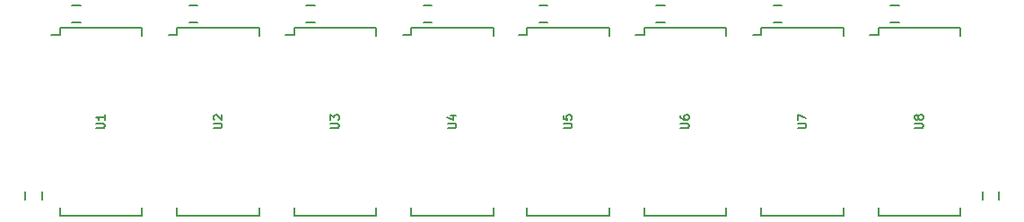
<source format=gto>
G04 #@! TF.GenerationSoftware,KiCad,Pcbnew,(5.1.10-1-10_14)*
G04 #@! TF.CreationDate,2021-12-06T12:39:38-05:00*
G04 #@! TF.ProjectId,MacIIfxRAMSIMM,4d616349-4966-4785-9241-4d53494d4d2e,rev?*
G04 #@! TF.SameCoordinates,Original*
G04 #@! TF.FileFunction,Legend,Top*
G04 #@! TF.FilePolarity,Positive*
%FSLAX46Y46*%
G04 Gerber Fmt 4.6, Leading zero omitted, Abs format (unit mm)*
G04 Created by KiCad (PCBNEW (5.1.10-1-10_14)) date 2021-12-06 12:39:38*
%MOMM*%
%LPD*%
G01*
G04 APERTURE LIST*
%ADD10C,0.200000*%
%ADD11C,0.152400*%
%ADD12C,0.203200*%
%ADD13C,0.175000*%
%ADD14C,2.150000*%
%ADD15C,2.000000*%
G04 APERTURE END LIST*
D10*
X155383000Y-106314000D02*
X154558000Y-106314000D01*
X155383000Y-123444000D02*
X163133000Y-123444000D01*
X155383000Y-105664000D02*
X163133000Y-105664000D01*
X155383000Y-123444000D02*
X155383000Y-122699000D01*
X163133000Y-123444000D02*
X163133000Y-122699000D01*
X163133000Y-105664000D02*
X163133000Y-106409000D01*
X155383000Y-105664000D02*
X155383000Y-106314000D01*
X78167000Y-105664000D02*
X78167000Y-106314000D01*
X85917000Y-105664000D02*
X85917000Y-106409000D01*
X85917000Y-123444000D02*
X85917000Y-122699000D01*
X78167000Y-123444000D02*
X78167000Y-122699000D01*
X78167000Y-105664000D02*
X85917000Y-105664000D01*
X78167000Y-123444000D02*
X85917000Y-123444000D01*
X78167000Y-106314000D02*
X77342000Y-106314000D01*
D11*
X76492000Y-121945400D02*
X76492000Y-121132600D01*
X74892000Y-121945400D02*
X74892000Y-121132600D01*
X166789000Y-121132600D02*
X166789000Y-121945400D01*
X165189000Y-121132600D02*
X165189000Y-121945400D01*
D10*
X144334000Y-105664000D02*
X144334000Y-106314000D01*
X152084000Y-105664000D02*
X152084000Y-106409000D01*
X152084000Y-123444000D02*
X152084000Y-122699000D01*
X144334000Y-123444000D02*
X144334000Y-122699000D01*
X144334000Y-105664000D02*
X152084000Y-105664000D01*
X144334000Y-123444000D02*
X152084000Y-123444000D01*
X144334000Y-106314000D02*
X143509000Y-106314000D01*
X133285000Y-106314000D02*
X132460000Y-106314000D01*
X133285000Y-123444000D02*
X141035000Y-123444000D01*
X133285000Y-105664000D02*
X141035000Y-105664000D01*
X133285000Y-123444000D02*
X133285000Y-122699000D01*
X141035000Y-123444000D02*
X141035000Y-122699000D01*
X141035000Y-105664000D02*
X141035000Y-106409000D01*
X133285000Y-105664000D02*
X133285000Y-106314000D01*
X122236000Y-105664000D02*
X122236000Y-106314000D01*
X129986000Y-105664000D02*
X129986000Y-106409000D01*
X129986000Y-123444000D02*
X129986000Y-122699000D01*
X122236000Y-123444000D02*
X122236000Y-122699000D01*
X122236000Y-105664000D02*
X129986000Y-105664000D01*
X122236000Y-123444000D02*
X129986000Y-123444000D01*
X122236000Y-106314000D02*
X121411000Y-106314000D01*
X111314000Y-106314000D02*
X110489000Y-106314000D01*
X111314000Y-123444000D02*
X119064000Y-123444000D01*
X111314000Y-105664000D02*
X119064000Y-105664000D01*
X111314000Y-123444000D02*
X111314000Y-122699000D01*
X119064000Y-123444000D02*
X119064000Y-122699000D01*
X119064000Y-105664000D02*
X119064000Y-106409000D01*
X111314000Y-105664000D02*
X111314000Y-106314000D01*
X100265000Y-105664000D02*
X100265000Y-106314000D01*
X108015000Y-105664000D02*
X108015000Y-106409000D01*
X108015000Y-123444000D02*
X108015000Y-122699000D01*
X100265000Y-123444000D02*
X100265000Y-122699000D01*
X100265000Y-105664000D02*
X108015000Y-105664000D01*
X100265000Y-123444000D02*
X108015000Y-123444000D01*
X100265000Y-106314000D02*
X99440000Y-106314000D01*
X89216000Y-106314000D02*
X88391000Y-106314000D01*
X89216000Y-123444000D02*
X96966000Y-123444000D01*
X89216000Y-105664000D02*
X96966000Y-105664000D01*
X89216000Y-123444000D02*
X89216000Y-122699000D01*
X96966000Y-123444000D02*
X96966000Y-122699000D01*
X96966000Y-105664000D02*
X96966000Y-106409000D01*
X89216000Y-105664000D02*
X89216000Y-106314000D01*
D11*
X79310600Y-103594000D02*
X80123400Y-103594000D01*
X79310600Y-105194000D02*
X80123400Y-105194000D01*
X90359600Y-103594000D02*
X91172400Y-103594000D01*
X90359600Y-105194000D02*
X91172400Y-105194000D01*
X101408600Y-105194000D02*
X102221400Y-105194000D01*
X101408600Y-103594000D02*
X102221400Y-103594000D01*
X112457600Y-105194000D02*
X113270400Y-105194000D01*
X112457600Y-103594000D02*
X113270400Y-103594000D01*
X123379600Y-103594000D02*
X124192400Y-103594000D01*
X123379600Y-105194000D02*
X124192400Y-105194000D01*
X134428600Y-105194000D02*
X135241400Y-105194000D01*
X134428600Y-103594000D02*
X135241400Y-103594000D01*
X145477600Y-105194000D02*
X146290400Y-105194000D01*
X145477600Y-103594000D02*
X146290400Y-103594000D01*
X156526600Y-103594000D02*
X157339400Y-103594000D01*
X156526600Y-105194000D02*
X157339400Y-105194000D01*
D12*
X158812895Y-115173276D02*
X159470876Y-115173276D01*
X159548285Y-115134571D01*
X159586990Y-115095866D01*
X159625695Y-115018457D01*
X159625695Y-114863638D01*
X159586990Y-114786228D01*
X159548285Y-114747523D01*
X159470876Y-114708819D01*
X158812895Y-114708819D01*
X159161238Y-114205657D02*
X159122533Y-114283066D01*
X159083828Y-114321771D01*
X159006419Y-114360476D01*
X158967714Y-114360476D01*
X158890304Y-114321771D01*
X158851600Y-114283066D01*
X158812895Y-114205657D01*
X158812895Y-114050838D01*
X158851600Y-113973428D01*
X158890304Y-113934723D01*
X158967714Y-113896019D01*
X159006419Y-113896019D01*
X159083828Y-113934723D01*
X159122533Y-113973428D01*
X159161238Y-114050838D01*
X159161238Y-114205657D01*
X159199942Y-114283066D01*
X159238647Y-114321771D01*
X159316057Y-114360476D01*
X159470876Y-114360476D01*
X159548285Y-114321771D01*
X159586990Y-114283066D01*
X159625695Y-114205657D01*
X159625695Y-114050838D01*
X159586990Y-113973428D01*
X159548285Y-113934723D01*
X159470876Y-113896019D01*
X159316057Y-113896019D01*
X159238647Y-113934723D01*
X159199942Y-113973428D01*
X159161238Y-114050838D01*
X81596895Y-115173276D02*
X82254876Y-115173276D01*
X82332285Y-115134571D01*
X82370990Y-115095866D01*
X82409695Y-115018457D01*
X82409695Y-114863638D01*
X82370990Y-114786228D01*
X82332285Y-114747523D01*
X82254876Y-114708819D01*
X81596895Y-114708819D01*
X82409695Y-113896019D02*
X82409695Y-114360476D01*
X82409695Y-114128247D02*
X81596895Y-114128247D01*
X81713009Y-114205657D01*
X81790419Y-114283066D01*
X81829123Y-114360476D01*
X147763895Y-115173276D02*
X148421876Y-115173276D01*
X148499285Y-115134571D01*
X148537990Y-115095866D01*
X148576695Y-115018457D01*
X148576695Y-114863638D01*
X148537990Y-114786228D01*
X148499285Y-114747523D01*
X148421876Y-114708819D01*
X147763895Y-114708819D01*
X147763895Y-114399180D02*
X147763895Y-113857314D01*
X148576695Y-114205657D01*
X136714895Y-115173276D02*
X137372876Y-115173276D01*
X137450285Y-115134571D01*
X137488990Y-115095866D01*
X137527695Y-115018457D01*
X137527695Y-114863638D01*
X137488990Y-114786228D01*
X137450285Y-114747523D01*
X137372876Y-114708819D01*
X136714895Y-114708819D01*
X136714895Y-113973428D02*
X136714895Y-114128247D01*
X136753600Y-114205657D01*
X136792304Y-114244361D01*
X136908419Y-114321771D01*
X137063238Y-114360476D01*
X137372876Y-114360476D01*
X137450285Y-114321771D01*
X137488990Y-114283066D01*
X137527695Y-114205657D01*
X137527695Y-114050838D01*
X137488990Y-113973428D01*
X137450285Y-113934723D01*
X137372876Y-113896019D01*
X137179352Y-113896019D01*
X137101942Y-113934723D01*
X137063238Y-113973428D01*
X137024533Y-114050838D01*
X137024533Y-114205657D01*
X137063238Y-114283066D01*
X137101942Y-114321771D01*
X137179352Y-114360476D01*
X125665895Y-115173276D02*
X126323876Y-115173276D01*
X126401285Y-115134571D01*
X126439990Y-115095866D01*
X126478695Y-115018457D01*
X126478695Y-114863638D01*
X126439990Y-114786228D01*
X126401285Y-114747523D01*
X126323876Y-114708819D01*
X125665895Y-114708819D01*
X125665895Y-113934723D02*
X125665895Y-114321771D01*
X126052942Y-114360476D01*
X126014238Y-114321771D01*
X125975533Y-114244361D01*
X125975533Y-114050838D01*
X126014238Y-113973428D01*
X126052942Y-113934723D01*
X126130352Y-113896019D01*
X126323876Y-113896019D01*
X126401285Y-113934723D01*
X126439990Y-113973428D01*
X126478695Y-114050838D01*
X126478695Y-114244361D01*
X126439990Y-114321771D01*
X126401285Y-114360476D01*
X114743895Y-115173276D02*
X115401876Y-115173276D01*
X115479285Y-115134571D01*
X115517990Y-115095866D01*
X115556695Y-115018457D01*
X115556695Y-114863638D01*
X115517990Y-114786228D01*
X115479285Y-114747523D01*
X115401876Y-114708819D01*
X114743895Y-114708819D01*
X115014828Y-113973428D02*
X115556695Y-113973428D01*
X114705190Y-114166952D02*
X115285761Y-114360476D01*
X115285761Y-113857314D01*
X103694895Y-115173276D02*
X104352876Y-115173276D01*
X104430285Y-115134571D01*
X104468990Y-115095866D01*
X104507695Y-115018457D01*
X104507695Y-114863638D01*
X104468990Y-114786228D01*
X104430285Y-114747523D01*
X104352876Y-114708819D01*
X103694895Y-114708819D01*
X103694895Y-114399180D02*
X103694895Y-113896019D01*
X104004533Y-114166952D01*
X104004533Y-114050838D01*
X104043238Y-113973428D01*
X104081942Y-113934723D01*
X104159352Y-113896019D01*
X104352876Y-113896019D01*
X104430285Y-113934723D01*
X104468990Y-113973428D01*
X104507695Y-114050838D01*
X104507695Y-114283066D01*
X104468990Y-114360476D01*
X104430285Y-114399180D01*
X92645895Y-115173276D02*
X93303876Y-115173276D01*
X93381285Y-115134571D01*
X93419990Y-115095866D01*
X93458695Y-115018457D01*
X93458695Y-114863638D01*
X93419990Y-114786228D01*
X93381285Y-114747523D01*
X93303876Y-114708819D01*
X92645895Y-114708819D01*
X92723304Y-114360476D02*
X92684600Y-114321771D01*
X92645895Y-114244361D01*
X92645895Y-114050838D01*
X92684600Y-113973428D01*
X92723304Y-113934723D01*
X92800714Y-113896019D01*
X92878123Y-113896019D01*
X92994238Y-113934723D01*
X93458695Y-114399180D01*
X93458695Y-113896019D01*
%LPC*%
D13*
G36*
X117475000Y-127635000D02*
G01*
X78105000Y-127635000D01*
X77597000Y-125031500D01*
X117983000Y-125031500D01*
X117475000Y-127635000D01*
G37*
X117475000Y-127635000D02*
X78105000Y-127635000D01*
X77597000Y-125031500D01*
X117983000Y-125031500D01*
X117475000Y-127635000D01*
G36*
X163195000Y-127635000D02*
G01*
X123825000Y-127635000D01*
X123317000Y-125031500D01*
X163703000Y-125031500D01*
X163195000Y-127635000D01*
G37*
X163195000Y-127635000D02*
X123825000Y-127635000D01*
X123317000Y-125031500D01*
X163703000Y-125031500D01*
X163195000Y-127635000D01*
G36*
G01*
X77509300Y-127233440D02*
X77509300Y-124988560D01*
G75*
G02*
X77985860Y-124512000I476560J0D01*
G01*
X78224140Y-124512000D01*
G75*
G02*
X78700700Y-124988560I0J-476560D01*
G01*
X78700700Y-127233440D01*
G75*
G02*
X78224140Y-127710000I-476560J0D01*
G01*
X77985860Y-127710000D01*
G75*
G02*
X77509300Y-127233440I0J476560D01*
G01*
G37*
G36*
G01*
X78779300Y-127233440D02*
X78779300Y-124988560D01*
G75*
G02*
X79255860Y-124512000I476560J0D01*
G01*
X79494140Y-124512000D01*
G75*
G02*
X79970700Y-124988560I0J-476560D01*
G01*
X79970700Y-127233440D01*
G75*
G02*
X79494140Y-127710000I-476560J0D01*
G01*
X79255860Y-127710000D01*
G75*
G02*
X78779300Y-127233440I0J476560D01*
G01*
G37*
G36*
G01*
X80049300Y-127233440D02*
X80049300Y-124988560D01*
G75*
G02*
X80525860Y-124512000I476560J0D01*
G01*
X80764140Y-124512000D01*
G75*
G02*
X81240700Y-124988560I0J-476560D01*
G01*
X81240700Y-127233440D01*
G75*
G02*
X80764140Y-127710000I-476560J0D01*
G01*
X80525860Y-127710000D01*
G75*
G02*
X80049300Y-127233440I0J476560D01*
G01*
G37*
G36*
G01*
X81319300Y-127233440D02*
X81319300Y-124988560D01*
G75*
G02*
X81795860Y-124512000I476560J0D01*
G01*
X82034140Y-124512000D01*
G75*
G02*
X82510700Y-124988560I0J-476560D01*
G01*
X82510700Y-127233440D01*
G75*
G02*
X82034140Y-127710000I-476560J0D01*
G01*
X81795860Y-127710000D01*
G75*
G02*
X81319300Y-127233440I0J476560D01*
G01*
G37*
G36*
G01*
X82589300Y-127233440D02*
X82589300Y-124988560D01*
G75*
G02*
X83065860Y-124512000I476560J0D01*
G01*
X83304140Y-124512000D01*
G75*
G02*
X83780700Y-124988560I0J-476560D01*
G01*
X83780700Y-127233440D01*
G75*
G02*
X83304140Y-127710000I-476560J0D01*
G01*
X83065860Y-127710000D01*
G75*
G02*
X82589300Y-127233440I0J476560D01*
G01*
G37*
G36*
G01*
X83859300Y-127233440D02*
X83859300Y-124988560D01*
G75*
G02*
X84335860Y-124512000I476560J0D01*
G01*
X84574140Y-124512000D01*
G75*
G02*
X85050700Y-124988560I0J-476560D01*
G01*
X85050700Y-127233440D01*
G75*
G02*
X84574140Y-127710000I-476560J0D01*
G01*
X84335860Y-127710000D01*
G75*
G02*
X83859300Y-127233440I0J476560D01*
G01*
G37*
G36*
G01*
X85129300Y-127233440D02*
X85129300Y-124988560D01*
G75*
G02*
X85605860Y-124512000I476560J0D01*
G01*
X85844140Y-124512000D01*
G75*
G02*
X86320700Y-124988560I0J-476560D01*
G01*
X86320700Y-127233440D01*
G75*
G02*
X85844140Y-127710000I-476560J0D01*
G01*
X85605860Y-127710000D01*
G75*
G02*
X85129300Y-127233440I0J476560D01*
G01*
G37*
G36*
G01*
X86399300Y-127233440D02*
X86399300Y-124988560D01*
G75*
G02*
X86875860Y-124512000I476560J0D01*
G01*
X87114140Y-124512000D01*
G75*
G02*
X87590700Y-124988560I0J-476560D01*
G01*
X87590700Y-127233440D01*
G75*
G02*
X87114140Y-127710000I-476560J0D01*
G01*
X86875860Y-127710000D01*
G75*
G02*
X86399300Y-127233440I0J476560D01*
G01*
G37*
G36*
G01*
X87669300Y-127233440D02*
X87669300Y-124988560D01*
G75*
G02*
X88145860Y-124512000I476560J0D01*
G01*
X88384140Y-124512000D01*
G75*
G02*
X88860700Y-124988560I0J-476560D01*
G01*
X88860700Y-127233440D01*
G75*
G02*
X88384140Y-127710000I-476560J0D01*
G01*
X88145860Y-127710000D01*
G75*
G02*
X87669300Y-127233440I0J476560D01*
G01*
G37*
G36*
G01*
X88939300Y-127233440D02*
X88939300Y-124988560D01*
G75*
G02*
X89415860Y-124512000I476560J0D01*
G01*
X89654140Y-124512000D01*
G75*
G02*
X90130700Y-124988560I0J-476560D01*
G01*
X90130700Y-127233440D01*
G75*
G02*
X89654140Y-127710000I-476560J0D01*
G01*
X89415860Y-127710000D01*
G75*
G02*
X88939300Y-127233440I0J476560D01*
G01*
G37*
G36*
G01*
X90209300Y-127233440D02*
X90209300Y-124988560D01*
G75*
G02*
X90685860Y-124512000I476560J0D01*
G01*
X90924140Y-124512000D01*
G75*
G02*
X91400700Y-124988560I0J-476560D01*
G01*
X91400700Y-127233440D01*
G75*
G02*
X90924140Y-127710000I-476560J0D01*
G01*
X90685860Y-127710000D01*
G75*
G02*
X90209300Y-127233440I0J476560D01*
G01*
G37*
G36*
G01*
X91479300Y-127233440D02*
X91479300Y-124988560D01*
G75*
G02*
X91955860Y-124512000I476560J0D01*
G01*
X92194140Y-124512000D01*
G75*
G02*
X92670700Y-124988560I0J-476560D01*
G01*
X92670700Y-127233440D01*
G75*
G02*
X92194140Y-127710000I-476560J0D01*
G01*
X91955860Y-127710000D01*
G75*
G02*
X91479300Y-127233440I0J476560D01*
G01*
G37*
G36*
G01*
X92749300Y-127233440D02*
X92749300Y-124988560D01*
G75*
G02*
X93225860Y-124512000I476560J0D01*
G01*
X93464140Y-124512000D01*
G75*
G02*
X93940700Y-124988560I0J-476560D01*
G01*
X93940700Y-127233440D01*
G75*
G02*
X93464140Y-127710000I-476560J0D01*
G01*
X93225860Y-127710000D01*
G75*
G02*
X92749300Y-127233440I0J476560D01*
G01*
G37*
G36*
G01*
X94019300Y-127233440D02*
X94019300Y-124988560D01*
G75*
G02*
X94495860Y-124512000I476560J0D01*
G01*
X94734140Y-124512000D01*
G75*
G02*
X95210700Y-124988560I0J-476560D01*
G01*
X95210700Y-127233440D01*
G75*
G02*
X94734140Y-127710000I-476560J0D01*
G01*
X94495860Y-127710000D01*
G75*
G02*
X94019300Y-127233440I0J476560D01*
G01*
G37*
G36*
G01*
X95289300Y-127233440D02*
X95289300Y-124988560D01*
G75*
G02*
X95765860Y-124512000I476560J0D01*
G01*
X96004140Y-124512000D01*
G75*
G02*
X96480700Y-124988560I0J-476560D01*
G01*
X96480700Y-127233440D01*
G75*
G02*
X96004140Y-127710000I-476560J0D01*
G01*
X95765860Y-127710000D01*
G75*
G02*
X95289300Y-127233440I0J476560D01*
G01*
G37*
G36*
G01*
X96559300Y-127233440D02*
X96559300Y-124988560D01*
G75*
G02*
X97035860Y-124512000I476560J0D01*
G01*
X97274140Y-124512000D01*
G75*
G02*
X97750700Y-124988560I0J-476560D01*
G01*
X97750700Y-127233440D01*
G75*
G02*
X97274140Y-127710000I-476560J0D01*
G01*
X97035860Y-127710000D01*
G75*
G02*
X96559300Y-127233440I0J476560D01*
G01*
G37*
G36*
G01*
X97829300Y-127233440D02*
X97829300Y-124988560D01*
G75*
G02*
X98305860Y-124512000I476560J0D01*
G01*
X98544140Y-124512000D01*
G75*
G02*
X99020700Y-124988560I0J-476560D01*
G01*
X99020700Y-127233440D01*
G75*
G02*
X98544140Y-127710000I-476560J0D01*
G01*
X98305860Y-127710000D01*
G75*
G02*
X97829300Y-127233440I0J476560D01*
G01*
G37*
G36*
G01*
X99099300Y-127233440D02*
X99099300Y-124988560D01*
G75*
G02*
X99575860Y-124512000I476560J0D01*
G01*
X99814140Y-124512000D01*
G75*
G02*
X100290700Y-124988560I0J-476560D01*
G01*
X100290700Y-127233440D01*
G75*
G02*
X99814140Y-127710000I-476560J0D01*
G01*
X99575860Y-127710000D01*
G75*
G02*
X99099300Y-127233440I0J476560D01*
G01*
G37*
G36*
G01*
X100369300Y-127233440D02*
X100369300Y-124988560D01*
G75*
G02*
X100845860Y-124512000I476560J0D01*
G01*
X101084140Y-124512000D01*
G75*
G02*
X101560700Y-124988560I0J-476560D01*
G01*
X101560700Y-127233440D01*
G75*
G02*
X101084140Y-127710000I-476560J0D01*
G01*
X100845860Y-127710000D01*
G75*
G02*
X100369300Y-127233440I0J476560D01*
G01*
G37*
G36*
G01*
X101639300Y-127233440D02*
X101639300Y-124988560D01*
G75*
G02*
X102115860Y-124512000I476560J0D01*
G01*
X102354140Y-124512000D01*
G75*
G02*
X102830700Y-124988560I0J-476560D01*
G01*
X102830700Y-127233440D01*
G75*
G02*
X102354140Y-127710000I-476560J0D01*
G01*
X102115860Y-127710000D01*
G75*
G02*
X101639300Y-127233440I0J476560D01*
G01*
G37*
G36*
G01*
X102909300Y-127233440D02*
X102909300Y-124988560D01*
G75*
G02*
X103385860Y-124512000I476560J0D01*
G01*
X103624140Y-124512000D01*
G75*
G02*
X104100700Y-124988560I0J-476560D01*
G01*
X104100700Y-127233440D01*
G75*
G02*
X103624140Y-127710000I-476560J0D01*
G01*
X103385860Y-127710000D01*
G75*
G02*
X102909300Y-127233440I0J476560D01*
G01*
G37*
G36*
G01*
X104179300Y-127233440D02*
X104179300Y-124988560D01*
G75*
G02*
X104655860Y-124512000I476560J0D01*
G01*
X104894140Y-124512000D01*
G75*
G02*
X105370700Y-124988560I0J-476560D01*
G01*
X105370700Y-127233440D01*
G75*
G02*
X104894140Y-127710000I-476560J0D01*
G01*
X104655860Y-127710000D01*
G75*
G02*
X104179300Y-127233440I0J476560D01*
G01*
G37*
G36*
G01*
X105449300Y-127233440D02*
X105449300Y-124988560D01*
G75*
G02*
X105925860Y-124512000I476560J0D01*
G01*
X106164140Y-124512000D01*
G75*
G02*
X106640700Y-124988560I0J-476560D01*
G01*
X106640700Y-127233440D01*
G75*
G02*
X106164140Y-127710000I-476560J0D01*
G01*
X105925860Y-127710000D01*
G75*
G02*
X105449300Y-127233440I0J476560D01*
G01*
G37*
G36*
G01*
X106719300Y-127233440D02*
X106719300Y-124988560D01*
G75*
G02*
X107195860Y-124512000I476560J0D01*
G01*
X107434140Y-124512000D01*
G75*
G02*
X107910700Y-124988560I0J-476560D01*
G01*
X107910700Y-127233440D01*
G75*
G02*
X107434140Y-127710000I-476560J0D01*
G01*
X107195860Y-127710000D01*
G75*
G02*
X106719300Y-127233440I0J476560D01*
G01*
G37*
G36*
G01*
X107989300Y-127233440D02*
X107989300Y-124988560D01*
G75*
G02*
X108465860Y-124512000I476560J0D01*
G01*
X108704140Y-124512000D01*
G75*
G02*
X109180700Y-124988560I0J-476560D01*
G01*
X109180700Y-127233440D01*
G75*
G02*
X108704140Y-127710000I-476560J0D01*
G01*
X108465860Y-127710000D01*
G75*
G02*
X107989300Y-127233440I0J476560D01*
G01*
G37*
G36*
G01*
X109259300Y-127233440D02*
X109259300Y-124988560D01*
G75*
G02*
X109735860Y-124512000I476560J0D01*
G01*
X109974140Y-124512000D01*
G75*
G02*
X110450700Y-124988560I0J-476560D01*
G01*
X110450700Y-127233440D01*
G75*
G02*
X109974140Y-127710000I-476560J0D01*
G01*
X109735860Y-127710000D01*
G75*
G02*
X109259300Y-127233440I0J476560D01*
G01*
G37*
G36*
G01*
X110529300Y-127233440D02*
X110529300Y-124988560D01*
G75*
G02*
X111005860Y-124512000I476560J0D01*
G01*
X111244140Y-124512000D01*
G75*
G02*
X111720700Y-124988560I0J-476560D01*
G01*
X111720700Y-127233440D01*
G75*
G02*
X111244140Y-127710000I-476560J0D01*
G01*
X111005860Y-127710000D01*
G75*
G02*
X110529300Y-127233440I0J476560D01*
G01*
G37*
G36*
G01*
X111799300Y-127233440D02*
X111799300Y-124988560D01*
G75*
G02*
X112275860Y-124512000I476560J0D01*
G01*
X112514140Y-124512000D01*
G75*
G02*
X112990700Y-124988560I0J-476560D01*
G01*
X112990700Y-127233440D01*
G75*
G02*
X112514140Y-127710000I-476560J0D01*
G01*
X112275860Y-127710000D01*
G75*
G02*
X111799300Y-127233440I0J476560D01*
G01*
G37*
G36*
G01*
X113069300Y-127233440D02*
X113069300Y-124988560D01*
G75*
G02*
X113545860Y-124512000I476560J0D01*
G01*
X113784140Y-124512000D01*
G75*
G02*
X114260700Y-124988560I0J-476560D01*
G01*
X114260700Y-127233440D01*
G75*
G02*
X113784140Y-127710000I-476560J0D01*
G01*
X113545860Y-127710000D01*
G75*
G02*
X113069300Y-127233440I0J476560D01*
G01*
G37*
G36*
G01*
X114339300Y-127233440D02*
X114339300Y-124988560D01*
G75*
G02*
X114815860Y-124512000I476560J0D01*
G01*
X115054140Y-124512000D01*
G75*
G02*
X115530700Y-124988560I0J-476560D01*
G01*
X115530700Y-127233440D01*
G75*
G02*
X115054140Y-127710000I-476560J0D01*
G01*
X114815860Y-127710000D01*
G75*
G02*
X114339300Y-127233440I0J476560D01*
G01*
G37*
G36*
G01*
X115609300Y-127233440D02*
X115609300Y-124988560D01*
G75*
G02*
X116085860Y-124512000I476560J0D01*
G01*
X116324140Y-124512000D01*
G75*
G02*
X116800700Y-124988560I0J-476560D01*
G01*
X116800700Y-127233440D01*
G75*
G02*
X116324140Y-127710000I-476560J0D01*
G01*
X116085860Y-127710000D01*
G75*
G02*
X115609300Y-127233440I0J476560D01*
G01*
G37*
G36*
G01*
X116879300Y-127233440D02*
X116879300Y-124988560D01*
G75*
G02*
X117355860Y-124512000I476560J0D01*
G01*
X117594140Y-124512000D01*
G75*
G02*
X118070700Y-124988560I0J-476560D01*
G01*
X118070700Y-127233440D01*
G75*
G02*
X117594140Y-127710000I-476560J0D01*
G01*
X117355860Y-127710000D01*
G75*
G02*
X116879300Y-127233440I0J476560D01*
G01*
G37*
G36*
G01*
X123229300Y-127233440D02*
X123229300Y-124988560D01*
G75*
G02*
X123705860Y-124512000I476560J0D01*
G01*
X123944140Y-124512000D01*
G75*
G02*
X124420700Y-124988560I0J-476560D01*
G01*
X124420700Y-127233440D01*
G75*
G02*
X123944140Y-127710000I-476560J0D01*
G01*
X123705860Y-127710000D01*
G75*
G02*
X123229300Y-127233440I0J476560D01*
G01*
G37*
G36*
G01*
X124499300Y-127233440D02*
X124499300Y-124988560D01*
G75*
G02*
X124975860Y-124512000I476560J0D01*
G01*
X125214140Y-124512000D01*
G75*
G02*
X125690700Y-124988560I0J-476560D01*
G01*
X125690700Y-127233440D01*
G75*
G02*
X125214140Y-127710000I-476560J0D01*
G01*
X124975860Y-127710000D01*
G75*
G02*
X124499300Y-127233440I0J476560D01*
G01*
G37*
G36*
G01*
X125769300Y-127233440D02*
X125769300Y-124988560D01*
G75*
G02*
X126245860Y-124512000I476560J0D01*
G01*
X126484140Y-124512000D01*
G75*
G02*
X126960700Y-124988560I0J-476560D01*
G01*
X126960700Y-127233440D01*
G75*
G02*
X126484140Y-127710000I-476560J0D01*
G01*
X126245860Y-127710000D01*
G75*
G02*
X125769300Y-127233440I0J476560D01*
G01*
G37*
G36*
G01*
X127039300Y-127233440D02*
X127039300Y-124988560D01*
G75*
G02*
X127515860Y-124512000I476560J0D01*
G01*
X127754140Y-124512000D01*
G75*
G02*
X128230700Y-124988560I0J-476560D01*
G01*
X128230700Y-127233440D01*
G75*
G02*
X127754140Y-127710000I-476560J0D01*
G01*
X127515860Y-127710000D01*
G75*
G02*
X127039300Y-127233440I0J476560D01*
G01*
G37*
G36*
G01*
X128309300Y-127233440D02*
X128309300Y-124988560D01*
G75*
G02*
X128785860Y-124512000I476560J0D01*
G01*
X129024140Y-124512000D01*
G75*
G02*
X129500700Y-124988560I0J-476560D01*
G01*
X129500700Y-127233440D01*
G75*
G02*
X129024140Y-127710000I-476560J0D01*
G01*
X128785860Y-127710000D01*
G75*
G02*
X128309300Y-127233440I0J476560D01*
G01*
G37*
G36*
G01*
X129579300Y-127233440D02*
X129579300Y-124988560D01*
G75*
G02*
X130055860Y-124512000I476560J0D01*
G01*
X130294140Y-124512000D01*
G75*
G02*
X130770700Y-124988560I0J-476560D01*
G01*
X130770700Y-127233440D01*
G75*
G02*
X130294140Y-127710000I-476560J0D01*
G01*
X130055860Y-127710000D01*
G75*
G02*
X129579300Y-127233440I0J476560D01*
G01*
G37*
G36*
G01*
X130849300Y-127233440D02*
X130849300Y-124988560D01*
G75*
G02*
X131325860Y-124512000I476560J0D01*
G01*
X131564140Y-124512000D01*
G75*
G02*
X132040700Y-124988560I0J-476560D01*
G01*
X132040700Y-127233440D01*
G75*
G02*
X131564140Y-127710000I-476560J0D01*
G01*
X131325860Y-127710000D01*
G75*
G02*
X130849300Y-127233440I0J476560D01*
G01*
G37*
G36*
G01*
X132119300Y-127233440D02*
X132119300Y-124988560D01*
G75*
G02*
X132595860Y-124512000I476560J0D01*
G01*
X132834140Y-124512000D01*
G75*
G02*
X133310700Y-124988560I0J-476560D01*
G01*
X133310700Y-127233440D01*
G75*
G02*
X132834140Y-127710000I-476560J0D01*
G01*
X132595860Y-127710000D01*
G75*
G02*
X132119300Y-127233440I0J476560D01*
G01*
G37*
G36*
G01*
X133389300Y-127233440D02*
X133389300Y-124988560D01*
G75*
G02*
X133865860Y-124512000I476560J0D01*
G01*
X134104140Y-124512000D01*
G75*
G02*
X134580700Y-124988560I0J-476560D01*
G01*
X134580700Y-127233440D01*
G75*
G02*
X134104140Y-127710000I-476560J0D01*
G01*
X133865860Y-127710000D01*
G75*
G02*
X133389300Y-127233440I0J476560D01*
G01*
G37*
G36*
G01*
X134659300Y-127233440D02*
X134659300Y-124988560D01*
G75*
G02*
X135135860Y-124512000I476560J0D01*
G01*
X135374140Y-124512000D01*
G75*
G02*
X135850700Y-124988560I0J-476560D01*
G01*
X135850700Y-127233440D01*
G75*
G02*
X135374140Y-127710000I-476560J0D01*
G01*
X135135860Y-127710000D01*
G75*
G02*
X134659300Y-127233440I0J476560D01*
G01*
G37*
G36*
G01*
X135929300Y-127233440D02*
X135929300Y-124988560D01*
G75*
G02*
X136405860Y-124512000I476560J0D01*
G01*
X136644140Y-124512000D01*
G75*
G02*
X137120700Y-124988560I0J-476560D01*
G01*
X137120700Y-127233440D01*
G75*
G02*
X136644140Y-127710000I-476560J0D01*
G01*
X136405860Y-127710000D01*
G75*
G02*
X135929300Y-127233440I0J476560D01*
G01*
G37*
G36*
G01*
X137199300Y-127233440D02*
X137199300Y-124988560D01*
G75*
G02*
X137675860Y-124512000I476560J0D01*
G01*
X137914140Y-124512000D01*
G75*
G02*
X138390700Y-124988560I0J-476560D01*
G01*
X138390700Y-127233440D01*
G75*
G02*
X137914140Y-127710000I-476560J0D01*
G01*
X137675860Y-127710000D01*
G75*
G02*
X137199300Y-127233440I0J476560D01*
G01*
G37*
G36*
G01*
X138469300Y-127233440D02*
X138469300Y-124988560D01*
G75*
G02*
X138945860Y-124512000I476560J0D01*
G01*
X139184140Y-124512000D01*
G75*
G02*
X139660700Y-124988560I0J-476560D01*
G01*
X139660700Y-127233440D01*
G75*
G02*
X139184140Y-127710000I-476560J0D01*
G01*
X138945860Y-127710000D01*
G75*
G02*
X138469300Y-127233440I0J476560D01*
G01*
G37*
G36*
G01*
X139739300Y-127233440D02*
X139739300Y-124988560D01*
G75*
G02*
X140215860Y-124512000I476560J0D01*
G01*
X140454140Y-124512000D01*
G75*
G02*
X140930700Y-124988560I0J-476560D01*
G01*
X140930700Y-127233440D01*
G75*
G02*
X140454140Y-127710000I-476560J0D01*
G01*
X140215860Y-127710000D01*
G75*
G02*
X139739300Y-127233440I0J476560D01*
G01*
G37*
G36*
G01*
X141009300Y-127233440D02*
X141009300Y-124988560D01*
G75*
G02*
X141485860Y-124512000I476560J0D01*
G01*
X141724140Y-124512000D01*
G75*
G02*
X142200700Y-124988560I0J-476560D01*
G01*
X142200700Y-127233440D01*
G75*
G02*
X141724140Y-127710000I-476560J0D01*
G01*
X141485860Y-127710000D01*
G75*
G02*
X141009300Y-127233440I0J476560D01*
G01*
G37*
G36*
G01*
X142279300Y-127233440D02*
X142279300Y-124988560D01*
G75*
G02*
X142755860Y-124512000I476560J0D01*
G01*
X142994140Y-124512000D01*
G75*
G02*
X143470700Y-124988560I0J-476560D01*
G01*
X143470700Y-127233440D01*
G75*
G02*
X142994140Y-127710000I-476560J0D01*
G01*
X142755860Y-127710000D01*
G75*
G02*
X142279300Y-127233440I0J476560D01*
G01*
G37*
G36*
G01*
X143549300Y-127233440D02*
X143549300Y-124988560D01*
G75*
G02*
X144025860Y-124512000I476560J0D01*
G01*
X144264140Y-124512000D01*
G75*
G02*
X144740700Y-124988560I0J-476560D01*
G01*
X144740700Y-127233440D01*
G75*
G02*
X144264140Y-127710000I-476560J0D01*
G01*
X144025860Y-127710000D01*
G75*
G02*
X143549300Y-127233440I0J476560D01*
G01*
G37*
G36*
G01*
X144819300Y-127233440D02*
X144819300Y-124988560D01*
G75*
G02*
X145295860Y-124512000I476560J0D01*
G01*
X145534140Y-124512000D01*
G75*
G02*
X146010700Y-124988560I0J-476560D01*
G01*
X146010700Y-127233440D01*
G75*
G02*
X145534140Y-127710000I-476560J0D01*
G01*
X145295860Y-127710000D01*
G75*
G02*
X144819300Y-127233440I0J476560D01*
G01*
G37*
G36*
G01*
X146089300Y-127233440D02*
X146089300Y-124988560D01*
G75*
G02*
X146565860Y-124512000I476560J0D01*
G01*
X146804140Y-124512000D01*
G75*
G02*
X147280700Y-124988560I0J-476560D01*
G01*
X147280700Y-127233440D01*
G75*
G02*
X146804140Y-127710000I-476560J0D01*
G01*
X146565860Y-127710000D01*
G75*
G02*
X146089300Y-127233440I0J476560D01*
G01*
G37*
G36*
G01*
X147359300Y-127233440D02*
X147359300Y-124988560D01*
G75*
G02*
X147835860Y-124512000I476560J0D01*
G01*
X148074140Y-124512000D01*
G75*
G02*
X148550700Y-124988560I0J-476560D01*
G01*
X148550700Y-127233440D01*
G75*
G02*
X148074140Y-127710000I-476560J0D01*
G01*
X147835860Y-127710000D01*
G75*
G02*
X147359300Y-127233440I0J476560D01*
G01*
G37*
G36*
G01*
X148629300Y-127233440D02*
X148629300Y-124988560D01*
G75*
G02*
X149105860Y-124512000I476560J0D01*
G01*
X149344140Y-124512000D01*
G75*
G02*
X149820700Y-124988560I0J-476560D01*
G01*
X149820700Y-127233440D01*
G75*
G02*
X149344140Y-127710000I-476560J0D01*
G01*
X149105860Y-127710000D01*
G75*
G02*
X148629300Y-127233440I0J476560D01*
G01*
G37*
G36*
G01*
X149899300Y-127233440D02*
X149899300Y-124988560D01*
G75*
G02*
X150375860Y-124512000I476560J0D01*
G01*
X150614140Y-124512000D01*
G75*
G02*
X151090700Y-124988560I0J-476560D01*
G01*
X151090700Y-127233440D01*
G75*
G02*
X150614140Y-127710000I-476560J0D01*
G01*
X150375860Y-127710000D01*
G75*
G02*
X149899300Y-127233440I0J476560D01*
G01*
G37*
G36*
G01*
X151169300Y-127233440D02*
X151169300Y-124988560D01*
G75*
G02*
X151645860Y-124512000I476560J0D01*
G01*
X151884140Y-124512000D01*
G75*
G02*
X152360700Y-124988560I0J-476560D01*
G01*
X152360700Y-127233440D01*
G75*
G02*
X151884140Y-127710000I-476560J0D01*
G01*
X151645860Y-127710000D01*
G75*
G02*
X151169300Y-127233440I0J476560D01*
G01*
G37*
G36*
G01*
X152439300Y-127233440D02*
X152439300Y-124988560D01*
G75*
G02*
X152915860Y-124512000I476560J0D01*
G01*
X153154140Y-124512000D01*
G75*
G02*
X153630700Y-124988560I0J-476560D01*
G01*
X153630700Y-127233440D01*
G75*
G02*
X153154140Y-127710000I-476560J0D01*
G01*
X152915860Y-127710000D01*
G75*
G02*
X152439300Y-127233440I0J476560D01*
G01*
G37*
G36*
G01*
X153709300Y-127233440D02*
X153709300Y-124988560D01*
G75*
G02*
X154185860Y-124512000I476560J0D01*
G01*
X154424140Y-124512000D01*
G75*
G02*
X154900700Y-124988560I0J-476560D01*
G01*
X154900700Y-127233440D01*
G75*
G02*
X154424140Y-127710000I-476560J0D01*
G01*
X154185860Y-127710000D01*
G75*
G02*
X153709300Y-127233440I0J476560D01*
G01*
G37*
G36*
G01*
X154979300Y-127233440D02*
X154979300Y-124988560D01*
G75*
G02*
X155455860Y-124512000I476560J0D01*
G01*
X155694140Y-124512000D01*
G75*
G02*
X156170700Y-124988560I0J-476560D01*
G01*
X156170700Y-127233440D01*
G75*
G02*
X155694140Y-127710000I-476560J0D01*
G01*
X155455860Y-127710000D01*
G75*
G02*
X154979300Y-127233440I0J476560D01*
G01*
G37*
G36*
G01*
X156249300Y-127233440D02*
X156249300Y-124988560D01*
G75*
G02*
X156725860Y-124512000I476560J0D01*
G01*
X156964140Y-124512000D01*
G75*
G02*
X157440700Y-124988560I0J-476560D01*
G01*
X157440700Y-127233440D01*
G75*
G02*
X156964140Y-127710000I-476560J0D01*
G01*
X156725860Y-127710000D01*
G75*
G02*
X156249300Y-127233440I0J476560D01*
G01*
G37*
G36*
G01*
X157519300Y-127233440D02*
X157519300Y-124988560D01*
G75*
G02*
X157995860Y-124512000I476560J0D01*
G01*
X158234140Y-124512000D01*
G75*
G02*
X158710700Y-124988560I0J-476560D01*
G01*
X158710700Y-127233440D01*
G75*
G02*
X158234140Y-127710000I-476560J0D01*
G01*
X157995860Y-127710000D01*
G75*
G02*
X157519300Y-127233440I0J476560D01*
G01*
G37*
G36*
G01*
X158789300Y-127233440D02*
X158789300Y-124988560D01*
G75*
G02*
X159265860Y-124512000I476560J0D01*
G01*
X159504140Y-124512000D01*
G75*
G02*
X159980700Y-124988560I0J-476560D01*
G01*
X159980700Y-127233440D01*
G75*
G02*
X159504140Y-127710000I-476560J0D01*
G01*
X159265860Y-127710000D01*
G75*
G02*
X158789300Y-127233440I0J476560D01*
G01*
G37*
G36*
G01*
X160059300Y-127233440D02*
X160059300Y-124988560D01*
G75*
G02*
X160535860Y-124512000I476560J0D01*
G01*
X160774140Y-124512000D01*
G75*
G02*
X161250700Y-124988560I0J-476560D01*
G01*
X161250700Y-127233440D01*
G75*
G02*
X160774140Y-127710000I-476560J0D01*
G01*
X160535860Y-127710000D01*
G75*
G02*
X160059300Y-127233440I0J476560D01*
G01*
G37*
G36*
G01*
X161329300Y-127233440D02*
X161329300Y-124988560D01*
G75*
G02*
X161805860Y-124512000I476560J0D01*
G01*
X162044140Y-124512000D01*
G75*
G02*
X162520700Y-124988560I0J-476560D01*
G01*
X162520700Y-127233440D01*
G75*
G02*
X162044140Y-127710000I-476560J0D01*
G01*
X161805860Y-127710000D01*
G75*
G02*
X161329300Y-127233440I0J476560D01*
G01*
G37*
G36*
G01*
X162599300Y-127233440D02*
X162599300Y-124988560D01*
G75*
G02*
X163075860Y-124512000I476560J0D01*
G01*
X163314140Y-124512000D01*
G75*
G02*
X163790700Y-124988560I0J-476560D01*
G01*
X163790700Y-127233440D01*
G75*
G02*
X163314140Y-127710000I-476560J0D01*
G01*
X163075860Y-127710000D01*
G75*
G02*
X162599300Y-127233440I0J476560D01*
G01*
G37*
G36*
G01*
X154509000Y-115999000D02*
X154509000Y-115649000D01*
G75*
G02*
X154684000Y-115474000I175000J0D01*
G01*
X157482000Y-115474000D01*
G75*
G02*
X157657000Y-115649000I0J-175000D01*
G01*
X157657000Y-115999000D01*
G75*
G02*
X157482000Y-116174000I-175000J0D01*
G01*
X154684000Y-116174000D01*
G75*
G02*
X154509000Y-115999000I0J175000D01*
G01*
G37*
G36*
G01*
X160859000Y-115999000D02*
X160859000Y-115649000D01*
G75*
G02*
X161034000Y-115474000I175000J0D01*
G01*
X163832000Y-115474000D01*
G75*
G02*
X164007000Y-115649000I0J-175000D01*
G01*
X164007000Y-115999000D01*
G75*
G02*
X163832000Y-116174000I-175000J0D01*
G01*
X161034000Y-116174000D01*
G75*
G02*
X160859000Y-115999000I0J175000D01*
G01*
G37*
G36*
G01*
X154509000Y-113459000D02*
X154509000Y-113109000D01*
G75*
G02*
X154684000Y-112934000I175000J0D01*
G01*
X157482000Y-112934000D01*
G75*
G02*
X157657000Y-113109000I0J-175000D01*
G01*
X157657000Y-113459000D01*
G75*
G02*
X157482000Y-113634000I-175000J0D01*
G01*
X154684000Y-113634000D01*
G75*
G02*
X154509000Y-113459000I0J175000D01*
G01*
G37*
G36*
G01*
X160859000Y-113459000D02*
X160859000Y-113109000D01*
G75*
G02*
X161034000Y-112934000I175000J0D01*
G01*
X163832000Y-112934000D01*
G75*
G02*
X164007000Y-113109000I0J-175000D01*
G01*
X164007000Y-113459000D01*
G75*
G02*
X163832000Y-113634000I-175000J0D01*
G01*
X161034000Y-113634000D01*
G75*
G02*
X160859000Y-113459000I0J175000D01*
G01*
G37*
G36*
G01*
X154509000Y-107109000D02*
X154509000Y-106759000D01*
G75*
G02*
X154684000Y-106584000I175000J0D01*
G01*
X157482000Y-106584000D01*
G75*
G02*
X157657000Y-106759000I0J-175000D01*
G01*
X157657000Y-107109000D01*
G75*
G02*
X157482000Y-107284000I-175000J0D01*
G01*
X154684000Y-107284000D01*
G75*
G02*
X154509000Y-107109000I0J175000D01*
G01*
G37*
G36*
G01*
X154509000Y-108379000D02*
X154509000Y-108029000D01*
G75*
G02*
X154684000Y-107854000I175000J0D01*
G01*
X157482000Y-107854000D01*
G75*
G02*
X157657000Y-108029000I0J-175000D01*
G01*
X157657000Y-108379000D01*
G75*
G02*
X157482000Y-108554000I-175000J0D01*
G01*
X154684000Y-108554000D01*
G75*
G02*
X154509000Y-108379000I0J175000D01*
G01*
G37*
G36*
G01*
X154509000Y-109649000D02*
X154509000Y-109299000D01*
G75*
G02*
X154684000Y-109124000I175000J0D01*
G01*
X157482000Y-109124000D01*
G75*
G02*
X157657000Y-109299000I0J-175000D01*
G01*
X157657000Y-109649000D01*
G75*
G02*
X157482000Y-109824000I-175000J0D01*
G01*
X154684000Y-109824000D01*
G75*
G02*
X154509000Y-109649000I0J175000D01*
G01*
G37*
G36*
G01*
X154509000Y-110919000D02*
X154509000Y-110569000D01*
G75*
G02*
X154684000Y-110394000I175000J0D01*
G01*
X157482000Y-110394000D01*
G75*
G02*
X157657000Y-110569000I0J-175000D01*
G01*
X157657000Y-110919000D01*
G75*
G02*
X157482000Y-111094000I-175000J0D01*
G01*
X154684000Y-111094000D01*
G75*
G02*
X154509000Y-110919000I0J175000D01*
G01*
G37*
G36*
G01*
X154509000Y-112189000D02*
X154509000Y-111839000D01*
G75*
G02*
X154684000Y-111664000I175000J0D01*
G01*
X157482000Y-111664000D01*
G75*
G02*
X157657000Y-111839000I0J-175000D01*
G01*
X157657000Y-112189000D01*
G75*
G02*
X157482000Y-112364000I-175000J0D01*
G01*
X154684000Y-112364000D01*
G75*
G02*
X154509000Y-112189000I0J175000D01*
G01*
G37*
G36*
G01*
X154509000Y-117269000D02*
X154509000Y-116919000D01*
G75*
G02*
X154684000Y-116744000I175000J0D01*
G01*
X157482000Y-116744000D01*
G75*
G02*
X157657000Y-116919000I0J-175000D01*
G01*
X157657000Y-117269000D01*
G75*
G02*
X157482000Y-117444000I-175000J0D01*
G01*
X154684000Y-117444000D01*
G75*
G02*
X154509000Y-117269000I0J175000D01*
G01*
G37*
G36*
G01*
X154509000Y-118539000D02*
X154509000Y-118189000D01*
G75*
G02*
X154684000Y-118014000I175000J0D01*
G01*
X157482000Y-118014000D01*
G75*
G02*
X157657000Y-118189000I0J-175000D01*
G01*
X157657000Y-118539000D01*
G75*
G02*
X157482000Y-118714000I-175000J0D01*
G01*
X154684000Y-118714000D01*
G75*
G02*
X154509000Y-118539000I0J175000D01*
G01*
G37*
G36*
G01*
X154509000Y-119809000D02*
X154509000Y-119459000D01*
G75*
G02*
X154684000Y-119284000I175000J0D01*
G01*
X157482000Y-119284000D01*
G75*
G02*
X157657000Y-119459000I0J-175000D01*
G01*
X157657000Y-119809000D01*
G75*
G02*
X157482000Y-119984000I-175000J0D01*
G01*
X154684000Y-119984000D01*
G75*
G02*
X154509000Y-119809000I0J175000D01*
G01*
G37*
G36*
G01*
X154509000Y-121079000D02*
X154509000Y-120729000D01*
G75*
G02*
X154684000Y-120554000I175000J0D01*
G01*
X157482000Y-120554000D01*
G75*
G02*
X157657000Y-120729000I0J-175000D01*
G01*
X157657000Y-121079000D01*
G75*
G02*
X157482000Y-121254000I-175000J0D01*
G01*
X154684000Y-121254000D01*
G75*
G02*
X154509000Y-121079000I0J175000D01*
G01*
G37*
G36*
G01*
X154509000Y-122349000D02*
X154509000Y-121999000D01*
G75*
G02*
X154684000Y-121824000I175000J0D01*
G01*
X157482000Y-121824000D01*
G75*
G02*
X157657000Y-121999000I0J-175000D01*
G01*
X157657000Y-122349000D01*
G75*
G02*
X157482000Y-122524000I-175000J0D01*
G01*
X154684000Y-122524000D01*
G75*
G02*
X154509000Y-122349000I0J175000D01*
G01*
G37*
G36*
G01*
X160859000Y-121079000D02*
X160859000Y-120729000D01*
G75*
G02*
X161034000Y-120554000I175000J0D01*
G01*
X163832000Y-120554000D01*
G75*
G02*
X164007000Y-120729000I0J-175000D01*
G01*
X164007000Y-121079000D01*
G75*
G02*
X163832000Y-121254000I-175000J0D01*
G01*
X161034000Y-121254000D01*
G75*
G02*
X160859000Y-121079000I0J175000D01*
G01*
G37*
G36*
G01*
X160859000Y-119809000D02*
X160859000Y-119459000D01*
G75*
G02*
X161034000Y-119284000I175000J0D01*
G01*
X163832000Y-119284000D01*
G75*
G02*
X164007000Y-119459000I0J-175000D01*
G01*
X164007000Y-119809000D01*
G75*
G02*
X163832000Y-119984000I-175000J0D01*
G01*
X161034000Y-119984000D01*
G75*
G02*
X160859000Y-119809000I0J175000D01*
G01*
G37*
G36*
G01*
X160859000Y-118539000D02*
X160859000Y-118189000D01*
G75*
G02*
X161034000Y-118014000I175000J0D01*
G01*
X163832000Y-118014000D01*
G75*
G02*
X164007000Y-118189000I0J-175000D01*
G01*
X164007000Y-118539000D01*
G75*
G02*
X163832000Y-118714000I-175000J0D01*
G01*
X161034000Y-118714000D01*
G75*
G02*
X160859000Y-118539000I0J175000D01*
G01*
G37*
G36*
G01*
X160859000Y-117269000D02*
X160859000Y-116919000D01*
G75*
G02*
X161034000Y-116744000I175000J0D01*
G01*
X163832000Y-116744000D01*
G75*
G02*
X164007000Y-116919000I0J-175000D01*
G01*
X164007000Y-117269000D01*
G75*
G02*
X163832000Y-117444000I-175000J0D01*
G01*
X161034000Y-117444000D01*
G75*
G02*
X160859000Y-117269000I0J175000D01*
G01*
G37*
G36*
G01*
X160859000Y-112189000D02*
X160859000Y-111839000D01*
G75*
G02*
X161034000Y-111664000I175000J0D01*
G01*
X163832000Y-111664000D01*
G75*
G02*
X164007000Y-111839000I0J-175000D01*
G01*
X164007000Y-112189000D01*
G75*
G02*
X163832000Y-112364000I-175000J0D01*
G01*
X161034000Y-112364000D01*
G75*
G02*
X160859000Y-112189000I0J175000D01*
G01*
G37*
G36*
G01*
X160859000Y-110919000D02*
X160859000Y-110569000D01*
G75*
G02*
X161034000Y-110394000I175000J0D01*
G01*
X163832000Y-110394000D01*
G75*
G02*
X164007000Y-110569000I0J-175000D01*
G01*
X164007000Y-110919000D01*
G75*
G02*
X163832000Y-111094000I-175000J0D01*
G01*
X161034000Y-111094000D01*
G75*
G02*
X160859000Y-110919000I0J175000D01*
G01*
G37*
G36*
G01*
X160859000Y-109649000D02*
X160859000Y-109299000D01*
G75*
G02*
X161034000Y-109124000I175000J0D01*
G01*
X163832000Y-109124000D01*
G75*
G02*
X164007000Y-109299000I0J-175000D01*
G01*
X164007000Y-109649000D01*
G75*
G02*
X163832000Y-109824000I-175000J0D01*
G01*
X161034000Y-109824000D01*
G75*
G02*
X160859000Y-109649000I0J175000D01*
G01*
G37*
G36*
G01*
X160859000Y-108379000D02*
X160859000Y-108029000D01*
G75*
G02*
X161034000Y-107854000I175000J0D01*
G01*
X163832000Y-107854000D01*
G75*
G02*
X164007000Y-108029000I0J-175000D01*
G01*
X164007000Y-108379000D01*
G75*
G02*
X163832000Y-108554000I-175000J0D01*
G01*
X161034000Y-108554000D01*
G75*
G02*
X160859000Y-108379000I0J175000D01*
G01*
G37*
G36*
G01*
X160859000Y-107109000D02*
X160859000Y-106759000D01*
G75*
G02*
X161034000Y-106584000I175000J0D01*
G01*
X163832000Y-106584000D01*
G75*
G02*
X164007000Y-106759000I0J-175000D01*
G01*
X164007000Y-107109000D01*
G75*
G02*
X163832000Y-107284000I-175000J0D01*
G01*
X161034000Y-107284000D01*
G75*
G02*
X160859000Y-107109000I0J175000D01*
G01*
G37*
G36*
G01*
X160859000Y-122349000D02*
X160859000Y-121999000D01*
G75*
G02*
X161034000Y-121824000I175000J0D01*
G01*
X163832000Y-121824000D01*
G75*
G02*
X164007000Y-121999000I0J-175000D01*
G01*
X164007000Y-122349000D01*
G75*
G02*
X163832000Y-122524000I-175000J0D01*
G01*
X161034000Y-122524000D01*
G75*
G02*
X160859000Y-122349000I0J175000D01*
G01*
G37*
G36*
G01*
X83643000Y-122349000D02*
X83643000Y-121999000D01*
G75*
G02*
X83818000Y-121824000I175000J0D01*
G01*
X86616000Y-121824000D01*
G75*
G02*
X86791000Y-121999000I0J-175000D01*
G01*
X86791000Y-122349000D01*
G75*
G02*
X86616000Y-122524000I-175000J0D01*
G01*
X83818000Y-122524000D01*
G75*
G02*
X83643000Y-122349000I0J175000D01*
G01*
G37*
G36*
G01*
X83643000Y-107109000D02*
X83643000Y-106759000D01*
G75*
G02*
X83818000Y-106584000I175000J0D01*
G01*
X86616000Y-106584000D01*
G75*
G02*
X86791000Y-106759000I0J-175000D01*
G01*
X86791000Y-107109000D01*
G75*
G02*
X86616000Y-107284000I-175000J0D01*
G01*
X83818000Y-107284000D01*
G75*
G02*
X83643000Y-107109000I0J175000D01*
G01*
G37*
G36*
G01*
X83643000Y-108379000D02*
X83643000Y-108029000D01*
G75*
G02*
X83818000Y-107854000I175000J0D01*
G01*
X86616000Y-107854000D01*
G75*
G02*
X86791000Y-108029000I0J-175000D01*
G01*
X86791000Y-108379000D01*
G75*
G02*
X86616000Y-108554000I-175000J0D01*
G01*
X83818000Y-108554000D01*
G75*
G02*
X83643000Y-108379000I0J175000D01*
G01*
G37*
G36*
G01*
X83643000Y-109649000D02*
X83643000Y-109299000D01*
G75*
G02*
X83818000Y-109124000I175000J0D01*
G01*
X86616000Y-109124000D01*
G75*
G02*
X86791000Y-109299000I0J-175000D01*
G01*
X86791000Y-109649000D01*
G75*
G02*
X86616000Y-109824000I-175000J0D01*
G01*
X83818000Y-109824000D01*
G75*
G02*
X83643000Y-109649000I0J175000D01*
G01*
G37*
G36*
G01*
X83643000Y-110919000D02*
X83643000Y-110569000D01*
G75*
G02*
X83818000Y-110394000I175000J0D01*
G01*
X86616000Y-110394000D01*
G75*
G02*
X86791000Y-110569000I0J-175000D01*
G01*
X86791000Y-110919000D01*
G75*
G02*
X86616000Y-111094000I-175000J0D01*
G01*
X83818000Y-111094000D01*
G75*
G02*
X83643000Y-110919000I0J175000D01*
G01*
G37*
G36*
G01*
X83643000Y-112189000D02*
X83643000Y-111839000D01*
G75*
G02*
X83818000Y-111664000I175000J0D01*
G01*
X86616000Y-111664000D01*
G75*
G02*
X86791000Y-111839000I0J-175000D01*
G01*
X86791000Y-112189000D01*
G75*
G02*
X86616000Y-112364000I-175000J0D01*
G01*
X83818000Y-112364000D01*
G75*
G02*
X83643000Y-112189000I0J175000D01*
G01*
G37*
G36*
G01*
X83643000Y-117269000D02*
X83643000Y-116919000D01*
G75*
G02*
X83818000Y-116744000I175000J0D01*
G01*
X86616000Y-116744000D01*
G75*
G02*
X86791000Y-116919000I0J-175000D01*
G01*
X86791000Y-117269000D01*
G75*
G02*
X86616000Y-117444000I-175000J0D01*
G01*
X83818000Y-117444000D01*
G75*
G02*
X83643000Y-117269000I0J175000D01*
G01*
G37*
G36*
G01*
X83643000Y-118539000D02*
X83643000Y-118189000D01*
G75*
G02*
X83818000Y-118014000I175000J0D01*
G01*
X86616000Y-118014000D01*
G75*
G02*
X86791000Y-118189000I0J-175000D01*
G01*
X86791000Y-118539000D01*
G75*
G02*
X86616000Y-118714000I-175000J0D01*
G01*
X83818000Y-118714000D01*
G75*
G02*
X83643000Y-118539000I0J175000D01*
G01*
G37*
G36*
G01*
X83643000Y-119809000D02*
X83643000Y-119459000D01*
G75*
G02*
X83818000Y-119284000I175000J0D01*
G01*
X86616000Y-119284000D01*
G75*
G02*
X86791000Y-119459000I0J-175000D01*
G01*
X86791000Y-119809000D01*
G75*
G02*
X86616000Y-119984000I-175000J0D01*
G01*
X83818000Y-119984000D01*
G75*
G02*
X83643000Y-119809000I0J175000D01*
G01*
G37*
G36*
G01*
X83643000Y-121079000D02*
X83643000Y-120729000D01*
G75*
G02*
X83818000Y-120554000I175000J0D01*
G01*
X86616000Y-120554000D01*
G75*
G02*
X86791000Y-120729000I0J-175000D01*
G01*
X86791000Y-121079000D01*
G75*
G02*
X86616000Y-121254000I-175000J0D01*
G01*
X83818000Y-121254000D01*
G75*
G02*
X83643000Y-121079000I0J175000D01*
G01*
G37*
G36*
G01*
X77293000Y-122349000D02*
X77293000Y-121999000D01*
G75*
G02*
X77468000Y-121824000I175000J0D01*
G01*
X80266000Y-121824000D01*
G75*
G02*
X80441000Y-121999000I0J-175000D01*
G01*
X80441000Y-122349000D01*
G75*
G02*
X80266000Y-122524000I-175000J0D01*
G01*
X77468000Y-122524000D01*
G75*
G02*
X77293000Y-122349000I0J175000D01*
G01*
G37*
G36*
G01*
X77293000Y-121079000D02*
X77293000Y-120729000D01*
G75*
G02*
X77468000Y-120554000I175000J0D01*
G01*
X80266000Y-120554000D01*
G75*
G02*
X80441000Y-120729000I0J-175000D01*
G01*
X80441000Y-121079000D01*
G75*
G02*
X80266000Y-121254000I-175000J0D01*
G01*
X77468000Y-121254000D01*
G75*
G02*
X77293000Y-121079000I0J175000D01*
G01*
G37*
G36*
G01*
X77293000Y-119809000D02*
X77293000Y-119459000D01*
G75*
G02*
X77468000Y-119284000I175000J0D01*
G01*
X80266000Y-119284000D01*
G75*
G02*
X80441000Y-119459000I0J-175000D01*
G01*
X80441000Y-119809000D01*
G75*
G02*
X80266000Y-119984000I-175000J0D01*
G01*
X77468000Y-119984000D01*
G75*
G02*
X77293000Y-119809000I0J175000D01*
G01*
G37*
G36*
G01*
X77293000Y-118539000D02*
X77293000Y-118189000D01*
G75*
G02*
X77468000Y-118014000I175000J0D01*
G01*
X80266000Y-118014000D01*
G75*
G02*
X80441000Y-118189000I0J-175000D01*
G01*
X80441000Y-118539000D01*
G75*
G02*
X80266000Y-118714000I-175000J0D01*
G01*
X77468000Y-118714000D01*
G75*
G02*
X77293000Y-118539000I0J175000D01*
G01*
G37*
G36*
G01*
X77293000Y-117269000D02*
X77293000Y-116919000D01*
G75*
G02*
X77468000Y-116744000I175000J0D01*
G01*
X80266000Y-116744000D01*
G75*
G02*
X80441000Y-116919000I0J-175000D01*
G01*
X80441000Y-117269000D01*
G75*
G02*
X80266000Y-117444000I-175000J0D01*
G01*
X77468000Y-117444000D01*
G75*
G02*
X77293000Y-117269000I0J175000D01*
G01*
G37*
G36*
G01*
X77293000Y-112189000D02*
X77293000Y-111839000D01*
G75*
G02*
X77468000Y-111664000I175000J0D01*
G01*
X80266000Y-111664000D01*
G75*
G02*
X80441000Y-111839000I0J-175000D01*
G01*
X80441000Y-112189000D01*
G75*
G02*
X80266000Y-112364000I-175000J0D01*
G01*
X77468000Y-112364000D01*
G75*
G02*
X77293000Y-112189000I0J175000D01*
G01*
G37*
G36*
G01*
X77293000Y-110919000D02*
X77293000Y-110569000D01*
G75*
G02*
X77468000Y-110394000I175000J0D01*
G01*
X80266000Y-110394000D01*
G75*
G02*
X80441000Y-110569000I0J-175000D01*
G01*
X80441000Y-110919000D01*
G75*
G02*
X80266000Y-111094000I-175000J0D01*
G01*
X77468000Y-111094000D01*
G75*
G02*
X77293000Y-110919000I0J175000D01*
G01*
G37*
G36*
G01*
X77293000Y-109649000D02*
X77293000Y-109299000D01*
G75*
G02*
X77468000Y-109124000I175000J0D01*
G01*
X80266000Y-109124000D01*
G75*
G02*
X80441000Y-109299000I0J-175000D01*
G01*
X80441000Y-109649000D01*
G75*
G02*
X80266000Y-109824000I-175000J0D01*
G01*
X77468000Y-109824000D01*
G75*
G02*
X77293000Y-109649000I0J175000D01*
G01*
G37*
G36*
G01*
X77293000Y-108379000D02*
X77293000Y-108029000D01*
G75*
G02*
X77468000Y-107854000I175000J0D01*
G01*
X80266000Y-107854000D01*
G75*
G02*
X80441000Y-108029000I0J-175000D01*
G01*
X80441000Y-108379000D01*
G75*
G02*
X80266000Y-108554000I-175000J0D01*
G01*
X77468000Y-108554000D01*
G75*
G02*
X77293000Y-108379000I0J175000D01*
G01*
G37*
G36*
G01*
X77293000Y-107109000D02*
X77293000Y-106759000D01*
G75*
G02*
X77468000Y-106584000I175000J0D01*
G01*
X80266000Y-106584000D01*
G75*
G02*
X80441000Y-106759000I0J-175000D01*
G01*
X80441000Y-107109000D01*
G75*
G02*
X80266000Y-107284000I-175000J0D01*
G01*
X77468000Y-107284000D01*
G75*
G02*
X77293000Y-107109000I0J175000D01*
G01*
G37*
G36*
G01*
X83643000Y-113459000D02*
X83643000Y-113109000D01*
G75*
G02*
X83818000Y-112934000I175000J0D01*
G01*
X86616000Y-112934000D01*
G75*
G02*
X86791000Y-113109000I0J-175000D01*
G01*
X86791000Y-113459000D01*
G75*
G02*
X86616000Y-113634000I-175000J0D01*
G01*
X83818000Y-113634000D01*
G75*
G02*
X83643000Y-113459000I0J175000D01*
G01*
G37*
G36*
G01*
X77293000Y-113459000D02*
X77293000Y-113109000D01*
G75*
G02*
X77468000Y-112934000I175000J0D01*
G01*
X80266000Y-112934000D01*
G75*
G02*
X80441000Y-113109000I0J-175000D01*
G01*
X80441000Y-113459000D01*
G75*
G02*
X80266000Y-113634000I-175000J0D01*
G01*
X77468000Y-113634000D01*
G75*
G02*
X77293000Y-113459000I0J175000D01*
G01*
G37*
G36*
G01*
X83643000Y-115999000D02*
X83643000Y-115649000D01*
G75*
G02*
X83818000Y-115474000I175000J0D01*
G01*
X86616000Y-115474000D01*
G75*
G02*
X86791000Y-115649000I0J-175000D01*
G01*
X86791000Y-115999000D01*
G75*
G02*
X86616000Y-116174000I-175000J0D01*
G01*
X83818000Y-116174000D01*
G75*
G02*
X83643000Y-115999000I0J175000D01*
G01*
G37*
G36*
G01*
X77293000Y-115999000D02*
X77293000Y-115649000D01*
G75*
G02*
X77468000Y-115474000I175000J0D01*
G01*
X80266000Y-115474000D01*
G75*
G02*
X80441000Y-115649000I0J-175000D01*
G01*
X80441000Y-115999000D01*
G75*
G02*
X80266000Y-116174000I-175000J0D01*
G01*
X77468000Y-116174000D01*
G75*
G02*
X77293000Y-115999000I0J175000D01*
G01*
G37*
G36*
G01*
X76154500Y-122964000D02*
X75229500Y-122964000D01*
G75*
G02*
X74942000Y-122676500I0J287500D01*
G01*
X74942000Y-122101500D01*
G75*
G02*
X75229500Y-121814000I287500J0D01*
G01*
X76154500Y-121814000D01*
G75*
G02*
X76442000Y-122101500I0J-287500D01*
G01*
X76442000Y-122676500D01*
G75*
G02*
X76154500Y-122964000I-287500J0D01*
G01*
G37*
G36*
G01*
X76154500Y-121264000D02*
X75229500Y-121264000D01*
G75*
G02*
X74942000Y-120976500I0J287500D01*
G01*
X74942000Y-120401500D01*
G75*
G02*
X75229500Y-120114000I287500J0D01*
G01*
X76154500Y-120114000D01*
G75*
G02*
X76442000Y-120401500I0J-287500D01*
G01*
X76442000Y-120976500D01*
G75*
G02*
X76154500Y-121264000I-287500J0D01*
G01*
G37*
G36*
G01*
X165526500Y-121814000D02*
X166451500Y-121814000D01*
G75*
G02*
X166739000Y-122101500I0J-287500D01*
G01*
X166739000Y-122676500D01*
G75*
G02*
X166451500Y-122964000I-287500J0D01*
G01*
X165526500Y-122964000D01*
G75*
G02*
X165239000Y-122676500I0J287500D01*
G01*
X165239000Y-122101500D01*
G75*
G02*
X165526500Y-121814000I287500J0D01*
G01*
G37*
G36*
G01*
X165526500Y-120114000D02*
X166451500Y-120114000D01*
G75*
G02*
X166739000Y-120401500I0J-287500D01*
G01*
X166739000Y-120976500D01*
G75*
G02*
X166451500Y-121264000I-287500J0D01*
G01*
X165526500Y-121264000D01*
G75*
G02*
X165239000Y-120976500I0J287500D01*
G01*
X165239000Y-120401500D01*
G75*
G02*
X165526500Y-120114000I287500J0D01*
G01*
G37*
G36*
G01*
X149810000Y-122349000D02*
X149810000Y-121999000D01*
G75*
G02*
X149985000Y-121824000I175000J0D01*
G01*
X152783000Y-121824000D01*
G75*
G02*
X152958000Y-121999000I0J-175000D01*
G01*
X152958000Y-122349000D01*
G75*
G02*
X152783000Y-122524000I-175000J0D01*
G01*
X149985000Y-122524000D01*
G75*
G02*
X149810000Y-122349000I0J175000D01*
G01*
G37*
G36*
G01*
X149810000Y-107109000D02*
X149810000Y-106759000D01*
G75*
G02*
X149985000Y-106584000I175000J0D01*
G01*
X152783000Y-106584000D01*
G75*
G02*
X152958000Y-106759000I0J-175000D01*
G01*
X152958000Y-107109000D01*
G75*
G02*
X152783000Y-107284000I-175000J0D01*
G01*
X149985000Y-107284000D01*
G75*
G02*
X149810000Y-107109000I0J175000D01*
G01*
G37*
G36*
G01*
X149810000Y-108379000D02*
X149810000Y-108029000D01*
G75*
G02*
X149985000Y-107854000I175000J0D01*
G01*
X152783000Y-107854000D01*
G75*
G02*
X152958000Y-108029000I0J-175000D01*
G01*
X152958000Y-108379000D01*
G75*
G02*
X152783000Y-108554000I-175000J0D01*
G01*
X149985000Y-108554000D01*
G75*
G02*
X149810000Y-108379000I0J175000D01*
G01*
G37*
G36*
G01*
X149810000Y-109649000D02*
X149810000Y-109299000D01*
G75*
G02*
X149985000Y-109124000I175000J0D01*
G01*
X152783000Y-109124000D01*
G75*
G02*
X152958000Y-109299000I0J-175000D01*
G01*
X152958000Y-109649000D01*
G75*
G02*
X152783000Y-109824000I-175000J0D01*
G01*
X149985000Y-109824000D01*
G75*
G02*
X149810000Y-109649000I0J175000D01*
G01*
G37*
G36*
G01*
X149810000Y-110919000D02*
X149810000Y-110569000D01*
G75*
G02*
X149985000Y-110394000I175000J0D01*
G01*
X152783000Y-110394000D01*
G75*
G02*
X152958000Y-110569000I0J-175000D01*
G01*
X152958000Y-110919000D01*
G75*
G02*
X152783000Y-111094000I-175000J0D01*
G01*
X149985000Y-111094000D01*
G75*
G02*
X149810000Y-110919000I0J175000D01*
G01*
G37*
G36*
G01*
X149810000Y-112189000D02*
X149810000Y-111839000D01*
G75*
G02*
X149985000Y-111664000I175000J0D01*
G01*
X152783000Y-111664000D01*
G75*
G02*
X152958000Y-111839000I0J-175000D01*
G01*
X152958000Y-112189000D01*
G75*
G02*
X152783000Y-112364000I-175000J0D01*
G01*
X149985000Y-112364000D01*
G75*
G02*
X149810000Y-112189000I0J175000D01*
G01*
G37*
G36*
G01*
X149810000Y-117269000D02*
X149810000Y-116919000D01*
G75*
G02*
X149985000Y-116744000I175000J0D01*
G01*
X152783000Y-116744000D01*
G75*
G02*
X152958000Y-116919000I0J-175000D01*
G01*
X152958000Y-117269000D01*
G75*
G02*
X152783000Y-117444000I-175000J0D01*
G01*
X149985000Y-117444000D01*
G75*
G02*
X149810000Y-117269000I0J175000D01*
G01*
G37*
G36*
G01*
X149810000Y-118539000D02*
X149810000Y-118189000D01*
G75*
G02*
X149985000Y-118014000I175000J0D01*
G01*
X152783000Y-118014000D01*
G75*
G02*
X152958000Y-118189000I0J-175000D01*
G01*
X152958000Y-118539000D01*
G75*
G02*
X152783000Y-118714000I-175000J0D01*
G01*
X149985000Y-118714000D01*
G75*
G02*
X149810000Y-118539000I0J175000D01*
G01*
G37*
G36*
G01*
X149810000Y-119809000D02*
X149810000Y-119459000D01*
G75*
G02*
X149985000Y-119284000I175000J0D01*
G01*
X152783000Y-119284000D01*
G75*
G02*
X152958000Y-119459000I0J-175000D01*
G01*
X152958000Y-119809000D01*
G75*
G02*
X152783000Y-119984000I-175000J0D01*
G01*
X149985000Y-119984000D01*
G75*
G02*
X149810000Y-119809000I0J175000D01*
G01*
G37*
G36*
G01*
X149810000Y-121079000D02*
X149810000Y-120729000D01*
G75*
G02*
X149985000Y-120554000I175000J0D01*
G01*
X152783000Y-120554000D01*
G75*
G02*
X152958000Y-120729000I0J-175000D01*
G01*
X152958000Y-121079000D01*
G75*
G02*
X152783000Y-121254000I-175000J0D01*
G01*
X149985000Y-121254000D01*
G75*
G02*
X149810000Y-121079000I0J175000D01*
G01*
G37*
G36*
G01*
X143460000Y-122349000D02*
X143460000Y-121999000D01*
G75*
G02*
X143635000Y-121824000I175000J0D01*
G01*
X146433000Y-121824000D01*
G75*
G02*
X146608000Y-121999000I0J-175000D01*
G01*
X146608000Y-122349000D01*
G75*
G02*
X146433000Y-122524000I-175000J0D01*
G01*
X143635000Y-122524000D01*
G75*
G02*
X143460000Y-122349000I0J175000D01*
G01*
G37*
G36*
G01*
X143460000Y-121079000D02*
X143460000Y-120729000D01*
G75*
G02*
X143635000Y-120554000I175000J0D01*
G01*
X146433000Y-120554000D01*
G75*
G02*
X146608000Y-120729000I0J-175000D01*
G01*
X146608000Y-121079000D01*
G75*
G02*
X146433000Y-121254000I-175000J0D01*
G01*
X143635000Y-121254000D01*
G75*
G02*
X143460000Y-121079000I0J175000D01*
G01*
G37*
G36*
G01*
X143460000Y-119809000D02*
X143460000Y-119459000D01*
G75*
G02*
X143635000Y-119284000I175000J0D01*
G01*
X146433000Y-119284000D01*
G75*
G02*
X146608000Y-119459000I0J-175000D01*
G01*
X146608000Y-119809000D01*
G75*
G02*
X146433000Y-119984000I-175000J0D01*
G01*
X143635000Y-119984000D01*
G75*
G02*
X143460000Y-119809000I0J175000D01*
G01*
G37*
G36*
G01*
X143460000Y-118539000D02*
X143460000Y-118189000D01*
G75*
G02*
X143635000Y-118014000I175000J0D01*
G01*
X146433000Y-118014000D01*
G75*
G02*
X146608000Y-118189000I0J-175000D01*
G01*
X146608000Y-118539000D01*
G75*
G02*
X146433000Y-118714000I-175000J0D01*
G01*
X143635000Y-118714000D01*
G75*
G02*
X143460000Y-118539000I0J175000D01*
G01*
G37*
G36*
G01*
X143460000Y-117269000D02*
X143460000Y-116919000D01*
G75*
G02*
X143635000Y-116744000I175000J0D01*
G01*
X146433000Y-116744000D01*
G75*
G02*
X146608000Y-116919000I0J-175000D01*
G01*
X146608000Y-117269000D01*
G75*
G02*
X146433000Y-117444000I-175000J0D01*
G01*
X143635000Y-117444000D01*
G75*
G02*
X143460000Y-117269000I0J175000D01*
G01*
G37*
G36*
G01*
X143460000Y-112189000D02*
X143460000Y-111839000D01*
G75*
G02*
X143635000Y-111664000I175000J0D01*
G01*
X146433000Y-111664000D01*
G75*
G02*
X146608000Y-111839000I0J-175000D01*
G01*
X146608000Y-112189000D01*
G75*
G02*
X146433000Y-112364000I-175000J0D01*
G01*
X143635000Y-112364000D01*
G75*
G02*
X143460000Y-112189000I0J175000D01*
G01*
G37*
G36*
G01*
X143460000Y-110919000D02*
X143460000Y-110569000D01*
G75*
G02*
X143635000Y-110394000I175000J0D01*
G01*
X146433000Y-110394000D01*
G75*
G02*
X146608000Y-110569000I0J-175000D01*
G01*
X146608000Y-110919000D01*
G75*
G02*
X146433000Y-111094000I-175000J0D01*
G01*
X143635000Y-111094000D01*
G75*
G02*
X143460000Y-110919000I0J175000D01*
G01*
G37*
G36*
G01*
X143460000Y-109649000D02*
X143460000Y-109299000D01*
G75*
G02*
X143635000Y-109124000I175000J0D01*
G01*
X146433000Y-109124000D01*
G75*
G02*
X146608000Y-109299000I0J-175000D01*
G01*
X146608000Y-109649000D01*
G75*
G02*
X146433000Y-109824000I-175000J0D01*
G01*
X143635000Y-109824000D01*
G75*
G02*
X143460000Y-109649000I0J175000D01*
G01*
G37*
G36*
G01*
X143460000Y-108379000D02*
X143460000Y-108029000D01*
G75*
G02*
X143635000Y-107854000I175000J0D01*
G01*
X146433000Y-107854000D01*
G75*
G02*
X146608000Y-108029000I0J-175000D01*
G01*
X146608000Y-108379000D01*
G75*
G02*
X146433000Y-108554000I-175000J0D01*
G01*
X143635000Y-108554000D01*
G75*
G02*
X143460000Y-108379000I0J175000D01*
G01*
G37*
G36*
G01*
X143460000Y-107109000D02*
X143460000Y-106759000D01*
G75*
G02*
X143635000Y-106584000I175000J0D01*
G01*
X146433000Y-106584000D01*
G75*
G02*
X146608000Y-106759000I0J-175000D01*
G01*
X146608000Y-107109000D01*
G75*
G02*
X146433000Y-107284000I-175000J0D01*
G01*
X143635000Y-107284000D01*
G75*
G02*
X143460000Y-107109000I0J175000D01*
G01*
G37*
G36*
G01*
X149810000Y-113459000D02*
X149810000Y-113109000D01*
G75*
G02*
X149985000Y-112934000I175000J0D01*
G01*
X152783000Y-112934000D01*
G75*
G02*
X152958000Y-113109000I0J-175000D01*
G01*
X152958000Y-113459000D01*
G75*
G02*
X152783000Y-113634000I-175000J0D01*
G01*
X149985000Y-113634000D01*
G75*
G02*
X149810000Y-113459000I0J175000D01*
G01*
G37*
G36*
G01*
X143460000Y-113459000D02*
X143460000Y-113109000D01*
G75*
G02*
X143635000Y-112934000I175000J0D01*
G01*
X146433000Y-112934000D01*
G75*
G02*
X146608000Y-113109000I0J-175000D01*
G01*
X146608000Y-113459000D01*
G75*
G02*
X146433000Y-113634000I-175000J0D01*
G01*
X143635000Y-113634000D01*
G75*
G02*
X143460000Y-113459000I0J175000D01*
G01*
G37*
G36*
G01*
X149810000Y-115999000D02*
X149810000Y-115649000D01*
G75*
G02*
X149985000Y-115474000I175000J0D01*
G01*
X152783000Y-115474000D01*
G75*
G02*
X152958000Y-115649000I0J-175000D01*
G01*
X152958000Y-115999000D01*
G75*
G02*
X152783000Y-116174000I-175000J0D01*
G01*
X149985000Y-116174000D01*
G75*
G02*
X149810000Y-115999000I0J175000D01*
G01*
G37*
G36*
G01*
X143460000Y-115999000D02*
X143460000Y-115649000D01*
G75*
G02*
X143635000Y-115474000I175000J0D01*
G01*
X146433000Y-115474000D01*
G75*
G02*
X146608000Y-115649000I0J-175000D01*
G01*
X146608000Y-115999000D01*
G75*
G02*
X146433000Y-116174000I-175000J0D01*
G01*
X143635000Y-116174000D01*
G75*
G02*
X143460000Y-115999000I0J175000D01*
G01*
G37*
G36*
G01*
X132411000Y-115999000D02*
X132411000Y-115649000D01*
G75*
G02*
X132586000Y-115474000I175000J0D01*
G01*
X135384000Y-115474000D01*
G75*
G02*
X135559000Y-115649000I0J-175000D01*
G01*
X135559000Y-115999000D01*
G75*
G02*
X135384000Y-116174000I-175000J0D01*
G01*
X132586000Y-116174000D01*
G75*
G02*
X132411000Y-115999000I0J175000D01*
G01*
G37*
G36*
G01*
X138761000Y-115999000D02*
X138761000Y-115649000D01*
G75*
G02*
X138936000Y-115474000I175000J0D01*
G01*
X141734000Y-115474000D01*
G75*
G02*
X141909000Y-115649000I0J-175000D01*
G01*
X141909000Y-115999000D01*
G75*
G02*
X141734000Y-116174000I-175000J0D01*
G01*
X138936000Y-116174000D01*
G75*
G02*
X138761000Y-115999000I0J175000D01*
G01*
G37*
G36*
G01*
X132411000Y-113459000D02*
X132411000Y-113109000D01*
G75*
G02*
X132586000Y-112934000I175000J0D01*
G01*
X135384000Y-112934000D01*
G75*
G02*
X135559000Y-113109000I0J-175000D01*
G01*
X135559000Y-113459000D01*
G75*
G02*
X135384000Y-113634000I-175000J0D01*
G01*
X132586000Y-113634000D01*
G75*
G02*
X132411000Y-113459000I0J175000D01*
G01*
G37*
G36*
G01*
X138761000Y-113459000D02*
X138761000Y-113109000D01*
G75*
G02*
X138936000Y-112934000I175000J0D01*
G01*
X141734000Y-112934000D01*
G75*
G02*
X141909000Y-113109000I0J-175000D01*
G01*
X141909000Y-113459000D01*
G75*
G02*
X141734000Y-113634000I-175000J0D01*
G01*
X138936000Y-113634000D01*
G75*
G02*
X138761000Y-113459000I0J175000D01*
G01*
G37*
G36*
G01*
X132411000Y-107109000D02*
X132411000Y-106759000D01*
G75*
G02*
X132586000Y-106584000I175000J0D01*
G01*
X135384000Y-106584000D01*
G75*
G02*
X135559000Y-106759000I0J-175000D01*
G01*
X135559000Y-107109000D01*
G75*
G02*
X135384000Y-107284000I-175000J0D01*
G01*
X132586000Y-107284000D01*
G75*
G02*
X132411000Y-107109000I0J175000D01*
G01*
G37*
G36*
G01*
X132411000Y-108379000D02*
X132411000Y-108029000D01*
G75*
G02*
X132586000Y-107854000I175000J0D01*
G01*
X135384000Y-107854000D01*
G75*
G02*
X135559000Y-108029000I0J-175000D01*
G01*
X135559000Y-108379000D01*
G75*
G02*
X135384000Y-108554000I-175000J0D01*
G01*
X132586000Y-108554000D01*
G75*
G02*
X132411000Y-108379000I0J175000D01*
G01*
G37*
G36*
G01*
X132411000Y-109649000D02*
X132411000Y-109299000D01*
G75*
G02*
X132586000Y-109124000I175000J0D01*
G01*
X135384000Y-109124000D01*
G75*
G02*
X135559000Y-109299000I0J-175000D01*
G01*
X135559000Y-109649000D01*
G75*
G02*
X135384000Y-109824000I-175000J0D01*
G01*
X132586000Y-109824000D01*
G75*
G02*
X132411000Y-109649000I0J175000D01*
G01*
G37*
G36*
G01*
X132411000Y-110919000D02*
X132411000Y-110569000D01*
G75*
G02*
X132586000Y-110394000I175000J0D01*
G01*
X135384000Y-110394000D01*
G75*
G02*
X135559000Y-110569000I0J-175000D01*
G01*
X135559000Y-110919000D01*
G75*
G02*
X135384000Y-111094000I-175000J0D01*
G01*
X132586000Y-111094000D01*
G75*
G02*
X132411000Y-110919000I0J175000D01*
G01*
G37*
G36*
G01*
X132411000Y-112189000D02*
X132411000Y-111839000D01*
G75*
G02*
X132586000Y-111664000I175000J0D01*
G01*
X135384000Y-111664000D01*
G75*
G02*
X135559000Y-111839000I0J-175000D01*
G01*
X135559000Y-112189000D01*
G75*
G02*
X135384000Y-112364000I-175000J0D01*
G01*
X132586000Y-112364000D01*
G75*
G02*
X132411000Y-112189000I0J175000D01*
G01*
G37*
G36*
G01*
X132411000Y-117269000D02*
X132411000Y-116919000D01*
G75*
G02*
X132586000Y-116744000I175000J0D01*
G01*
X135384000Y-116744000D01*
G75*
G02*
X135559000Y-116919000I0J-175000D01*
G01*
X135559000Y-117269000D01*
G75*
G02*
X135384000Y-117444000I-175000J0D01*
G01*
X132586000Y-117444000D01*
G75*
G02*
X132411000Y-117269000I0J175000D01*
G01*
G37*
G36*
G01*
X132411000Y-118539000D02*
X132411000Y-118189000D01*
G75*
G02*
X132586000Y-118014000I175000J0D01*
G01*
X135384000Y-118014000D01*
G75*
G02*
X135559000Y-118189000I0J-175000D01*
G01*
X135559000Y-118539000D01*
G75*
G02*
X135384000Y-118714000I-175000J0D01*
G01*
X132586000Y-118714000D01*
G75*
G02*
X132411000Y-118539000I0J175000D01*
G01*
G37*
G36*
G01*
X132411000Y-119809000D02*
X132411000Y-119459000D01*
G75*
G02*
X132586000Y-119284000I175000J0D01*
G01*
X135384000Y-119284000D01*
G75*
G02*
X135559000Y-119459000I0J-175000D01*
G01*
X135559000Y-119809000D01*
G75*
G02*
X135384000Y-119984000I-175000J0D01*
G01*
X132586000Y-119984000D01*
G75*
G02*
X132411000Y-119809000I0J175000D01*
G01*
G37*
G36*
G01*
X132411000Y-121079000D02*
X132411000Y-120729000D01*
G75*
G02*
X132586000Y-120554000I175000J0D01*
G01*
X135384000Y-120554000D01*
G75*
G02*
X135559000Y-120729000I0J-175000D01*
G01*
X135559000Y-121079000D01*
G75*
G02*
X135384000Y-121254000I-175000J0D01*
G01*
X132586000Y-121254000D01*
G75*
G02*
X132411000Y-121079000I0J175000D01*
G01*
G37*
G36*
G01*
X132411000Y-122349000D02*
X132411000Y-121999000D01*
G75*
G02*
X132586000Y-121824000I175000J0D01*
G01*
X135384000Y-121824000D01*
G75*
G02*
X135559000Y-121999000I0J-175000D01*
G01*
X135559000Y-122349000D01*
G75*
G02*
X135384000Y-122524000I-175000J0D01*
G01*
X132586000Y-122524000D01*
G75*
G02*
X132411000Y-122349000I0J175000D01*
G01*
G37*
G36*
G01*
X138761000Y-121079000D02*
X138761000Y-120729000D01*
G75*
G02*
X138936000Y-120554000I175000J0D01*
G01*
X141734000Y-120554000D01*
G75*
G02*
X141909000Y-120729000I0J-175000D01*
G01*
X141909000Y-121079000D01*
G75*
G02*
X141734000Y-121254000I-175000J0D01*
G01*
X138936000Y-121254000D01*
G75*
G02*
X138761000Y-121079000I0J175000D01*
G01*
G37*
G36*
G01*
X138761000Y-119809000D02*
X138761000Y-119459000D01*
G75*
G02*
X138936000Y-119284000I175000J0D01*
G01*
X141734000Y-119284000D01*
G75*
G02*
X141909000Y-119459000I0J-175000D01*
G01*
X141909000Y-119809000D01*
G75*
G02*
X141734000Y-119984000I-175000J0D01*
G01*
X138936000Y-119984000D01*
G75*
G02*
X138761000Y-119809000I0J175000D01*
G01*
G37*
G36*
G01*
X138761000Y-118539000D02*
X138761000Y-118189000D01*
G75*
G02*
X138936000Y-118014000I175000J0D01*
G01*
X141734000Y-118014000D01*
G75*
G02*
X141909000Y-118189000I0J-175000D01*
G01*
X141909000Y-118539000D01*
G75*
G02*
X141734000Y-118714000I-175000J0D01*
G01*
X138936000Y-118714000D01*
G75*
G02*
X138761000Y-118539000I0J175000D01*
G01*
G37*
G36*
G01*
X138761000Y-117269000D02*
X138761000Y-116919000D01*
G75*
G02*
X138936000Y-116744000I175000J0D01*
G01*
X141734000Y-116744000D01*
G75*
G02*
X141909000Y-116919000I0J-175000D01*
G01*
X141909000Y-117269000D01*
G75*
G02*
X141734000Y-117444000I-175000J0D01*
G01*
X138936000Y-117444000D01*
G75*
G02*
X138761000Y-117269000I0J175000D01*
G01*
G37*
G36*
G01*
X138761000Y-112189000D02*
X138761000Y-111839000D01*
G75*
G02*
X138936000Y-111664000I175000J0D01*
G01*
X141734000Y-111664000D01*
G75*
G02*
X141909000Y-111839000I0J-175000D01*
G01*
X141909000Y-112189000D01*
G75*
G02*
X141734000Y-112364000I-175000J0D01*
G01*
X138936000Y-112364000D01*
G75*
G02*
X138761000Y-112189000I0J175000D01*
G01*
G37*
G36*
G01*
X138761000Y-110919000D02*
X138761000Y-110569000D01*
G75*
G02*
X138936000Y-110394000I175000J0D01*
G01*
X141734000Y-110394000D01*
G75*
G02*
X141909000Y-110569000I0J-175000D01*
G01*
X141909000Y-110919000D01*
G75*
G02*
X141734000Y-111094000I-175000J0D01*
G01*
X138936000Y-111094000D01*
G75*
G02*
X138761000Y-110919000I0J175000D01*
G01*
G37*
G36*
G01*
X138761000Y-109649000D02*
X138761000Y-109299000D01*
G75*
G02*
X138936000Y-109124000I175000J0D01*
G01*
X141734000Y-109124000D01*
G75*
G02*
X141909000Y-109299000I0J-175000D01*
G01*
X141909000Y-109649000D01*
G75*
G02*
X141734000Y-109824000I-175000J0D01*
G01*
X138936000Y-109824000D01*
G75*
G02*
X138761000Y-109649000I0J175000D01*
G01*
G37*
G36*
G01*
X138761000Y-108379000D02*
X138761000Y-108029000D01*
G75*
G02*
X138936000Y-107854000I175000J0D01*
G01*
X141734000Y-107854000D01*
G75*
G02*
X141909000Y-108029000I0J-175000D01*
G01*
X141909000Y-108379000D01*
G75*
G02*
X141734000Y-108554000I-175000J0D01*
G01*
X138936000Y-108554000D01*
G75*
G02*
X138761000Y-108379000I0J175000D01*
G01*
G37*
G36*
G01*
X138761000Y-107109000D02*
X138761000Y-106759000D01*
G75*
G02*
X138936000Y-106584000I175000J0D01*
G01*
X141734000Y-106584000D01*
G75*
G02*
X141909000Y-106759000I0J-175000D01*
G01*
X141909000Y-107109000D01*
G75*
G02*
X141734000Y-107284000I-175000J0D01*
G01*
X138936000Y-107284000D01*
G75*
G02*
X138761000Y-107109000I0J175000D01*
G01*
G37*
G36*
G01*
X138761000Y-122349000D02*
X138761000Y-121999000D01*
G75*
G02*
X138936000Y-121824000I175000J0D01*
G01*
X141734000Y-121824000D01*
G75*
G02*
X141909000Y-121999000I0J-175000D01*
G01*
X141909000Y-122349000D01*
G75*
G02*
X141734000Y-122524000I-175000J0D01*
G01*
X138936000Y-122524000D01*
G75*
G02*
X138761000Y-122349000I0J175000D01*
G01*
G37*
G36*
G01*
X127712000Y-122349000D02*
X127712000Y-121999000D01*
G75*
G02*
X127887000Y-121824000I175000J0D01*
G01*
X130685000Y-121824000D01*
G75*
G02*
X130860000Y-121999000I0J-175000D01*
G01*
X130860000Y-122349000D01*
G75*
G02*
X130685000Y-122524000I-175000J0D01*
G01*
X127887000Y-122524000D01*
G75*
G02*
X127712000Y-122349000I0J175000D01*
G01*
G37*
G36*
G01*
X127712000Y-107109000D02*
X127712000Y-106759000D01*
G75*
G02*
X127887000Y-106584000I175000J0D01*
G01*
X130685000Y-106584000D01*
G75*
G02*
X130860000Y-106759000I0J-175000D01*
G01*
X130860000Y-107109000D01*
G75*
G02*
X130685000Y-107284000I-175000J0D01*
G01*
X127887000Y-107284000D01*
G75*
G02*
X127712000Y-107109000I0J175000D01*
G01*
G37*
G36*
G01*
X127712000Y-108379000D02*
X127712000Y-108029000D01*
G75*
G02*
X127887000Y-107854000I175000J0D01*
G01*
X130685000Y-107854000D01*
G75*
G02*
X130860000Y-108029000I0J-175000D01*
G01*
X130860000Y-108379000D01*
G75*
G02*
X130685000Y-108554000I-175000J0D01*
G01*
X127887000Y-108554000D01*
G75*
G02*
X127712000Y-108379000I0J175000D01*
G01*
G37*
G36*
G01*
X127712000Y-109649000D02*
X127712000Y-109299000D01*
G75*
G02*
X127887000Y-109124000I175000J0D01*
G01*
X130685000Y-109124000D01*
G75*
G02*
X130860000Y-109299000I0J-175000D01*
G01*
X130860000Y-109649000D01*
G75*
G02*
X130685000Y-109824000I-175000J0D01*
G01*
X127887000Y-109824000D01*
G75*
G02*
X127712000Y-109649000I0J175000D01*
G01*
G37*
G36*
G01*
X127712000Y-110919000D02*
X127712000Y-110569000D01*
G75*
G02*
X127887000Y-110394000I175000J0D01*
G01*
X130685000Y-110394000D01*
G75*
G02*
X130860000Y-110569000I0J-175000D01*
G01*
X130860000Y-110919000D01*
G75*
G02*
X130685000Y-111094000I-175000J0D01*
G01*
X127887000Y-111094000D01*
G75*
G02*
X127712000Y-110919000I0J175000D01*
G01*
G37*
G36*
G01*
X127712000Y-112189000D02*
X127712000Y-111839000D01*
G75*
G02*
X127887000Y-111664000I175000J0D01*
G01*
X130685000Y-111664000D01*
G75*
G02*
X130860000Y-111839000I0J-175000D01*
G01*
X130860000Y-112189000D01*
G75*
G02*
X130685000Y-112364000I-175000J0D01*
G01*
X127887000Y-112364000D01*
G75*
G02*
X127712000Y-112189000I0J175000D01*
G01*
G37*
G36*
G01*
X127712000Y-117269000D02*
X127712000Y-116919000D01*
G75*
G02*
X127887000Y-116744000I175000J0D01*
G01*
X130685000Y-116744000D01*
G75*
G02*
X130860000Y-116919000I0J-175000D01*
G01*
X130860000Y-117269000D01*
G75*
G02*
X130685000Y-117444000I-175000J0D01*
G01*
X127887000Y-117444000D01*
G75*
G02*
X127712000Y-117269000I0J175000D01*
G01*
G37*
G36*
G01*
X127712000Y-118539000D02*
X127712000Y-118189000D01*
G75*
G02*
X127887000Y-118014000I175000J0D01*
G01*
X130685000Y-118014000D01*
G75*
G02*
X130860000Y-118189000I0J-175000D01*
G01*
X130860000Y-118539000D01*
G75*
G02*
X130685000Y-118714000I-175000J0D01*
G01*
X127887000Y-118714000D01*
G75*
G02*
X127712000Y-118539000I0J175000D01*
G01*
G37*
G36*
G01*
X127712000Y-119809000D02*
X127712000Y-119459000D01*
G75*
G02*
X127887000Y-119284000I175000J0D01*
G01*
X130685000Y-119284000D01*
G75*
G02*
X130860000Y-119459000I0J-175000D01*
G01*
X130860000Y-119809000D01*
G75*
G02*
X130685000Y-119984000I-175000J0D01*
G01*
X127887000Y-119984000D01*
G75*
G02*
X127712000Y-119809000I0J175000D01*
G01*
G37*
G36*
G01*
X127712000Y-121079000D02*
X127712000Y-120729000D01*
G75*
G02*
X127887000Y-120554000I175000J0D01*
G01*
X130685000Y-120554000D01*
G75*
G02*
X130860000Y-120729000I0J-175000D01*
G01*
X130860000Y-121079000D01*
G75*
G02*
X130685000Y-121254000I-175000J0D01*
G01*
X127887000Y-121254000D01*
G75*
G02*
X127712000Y-121079000I0J175000D01*
G01*
G37*
G36*
G01*
X121362000Y-122349000D02*
X121362000Y-121999000D01*
G75*
G02*
X121537000Y-121824000I175000J0D01*
G01*
X124335000Y-121824000D01*
G75*
G02*
X124510000Y-121999000I0J-175000D01*
G01*
X124510000Y-122349000D01*
G75*
G02*
X124335000Y-122524000I-175000J0D01*
G01*
X121537000Y-122524000D01*
G75*
G02*
X121362000Y-122349000I0J175000D01*
G01*
G37*
G36*
G01*
X121362000Y-121079000D02*
X121362000Y-120729000D01*
G75*
G02*
X121537000Y-120554000I175000J0D01*
G01*
X124335000Y-120554000D01*
G75*
G02*
X124510000Y-120729000I0J-175000D01*
G01*
X124510000Y-121079000D01*
G75*
G02*
X124335000Y-121254000I-175000J0D01*
G01*
X121537000Y-121254000D01*
G75*
G02*
X121362000Y-121079000I0J175000D01*
G01*
G37*
G36*
G01*
X121362000Y-119809000D02*
X121362000Y-119459000D01*
G75*
G02*
X121537000Y-119284000I175000J0D01*
G01*
X124335000Y-119284000D01*
G75*
G02*
X124510000Y-119459000I0J-175000D01*
G01*
X124510000Y-119809000D01*
G75*
G02*
X124335000Y-119984000I-175000J0D01*
G01*
X121537000Y-119984000D01*
G75*
G02*
X121362000Y-119809000I0J175000D01*
G01*
G37*
G36*
G01*
X121362000Y-118539000D02*
X121362000Y-118189000D01*
G75*
G02*
X121537000Y-118014000I175000J0D01*
G01*
X124335000Y-118014000D01*
G75*
G02*
X124510000Y-118189000I0J-175000D01*
G01*
X124510000Y-118539000D01*
G75*
G02*
X124335000Y-118714000I-175000J0D01*
G01*
X121537000Y-118714000D01*
G75*
G02*
X121362000Y-118539000I0J175000D01*
G01*
G37*
G36*
G01*
X121362000Y-117269000D02*
X121362000Y-116919000D01*
G75*
G02*
X121537000Y-116744000I175000J0D01*
G01*
X124335000Y-116744000D01*
G75*
G02*
X124510000Y-116919000I0J-175000D01*
G01*
X124510000Y-117269000D01*
G75*
G02*
X124335000Y-117444000I-175000J0D01*
G01*
X121537000Y-117444000D01*
G75*
G02*
X121362000Y-117269000I0J175000D01*
G01*
G37*
G36*
G01*
X121362000Y-112189000D02*
X121362000Y-111839000D01*
G75*
G02*
X121537000Y-111664000I175000J0D01*
G01*
X124335000Y-111664000D01*
G75*
G02*
X124510000Y-111839000I0J-175000D01*
G01*
X124510000Y-112189000D01*
G75*
G02*
X124335000Y-112364000I-175000J0D01*
G01*
X121537000Y-112364000D01*
G75*
G02*
X121362000Y-112189000I0J175000D01*
G01*
G37*
G36*
G01*
X121362000Y-110919000D02*
X121362000Y-110569000D01*
G75*
G02*
X121537000Y-110394000I175000J0D01*
G01*
X124335000Y-110394000D01*
G75*
G02*
X124510000Y-110569000I0J-175000D01*
G01*
X124510000Y-110919000D01*
G75*
G02*
X124335000Y-111094000I-175000J0D01*
G01*
X121537000Y-111094000D01*
G75*
G02*
X121362000Y-110919000I0J175000D01*
G01*
G37*
G36*
G01*
X121362000Y-109649000D02*
X121362000Y-109299000D01*
G75*
G02*
X121537000Y-109124000I175000J0D01*
G01*
X124335000Y-109124000D01*
G75*
G02*
X124510000Y-109299000I0J-175000D01*
G01*
X124510000Y-109649000D01*
G75*
G02*
X124335000Y-109824000I-175000J0D01*
G01*
X121537000Y-109824000D01*
G75*
G02*
X121362000Y-109649000I0J175000D01*
G01*
G37*
G36*
G01*
X121362000Y-108379000D02*
X121362000Y-108029000D01*
G75*
G02*
X121537000Y-107854000I175000J0D01*
G01*
X124335000Y-107854000D01*
G75*
G02*
X124510000Y-108029000I0J-175000D01*
G01*
X124510000Y-108379000D01*
G75*
G02*
X124335000Y-108554000I-175000J0D01*
G01*
X121537000Y-108554000D01*
G75*
G02*
X121362000Y-108379000I0J175000D01*
G01*
G37*
G36*
G01*
X121362000Y-107109000D02*
X121362000Y-106759000D01*
G75*
G02*
X121537000Y-106584000I175000J0D01*
G01*
X124335000Y-106584000D01*
G75*
G02*
X124510000Y-106759000I0J-175000D01*
G01*
X124510000Y-107109000D01*
G75*
G02*
X124335000Y-107284000I-175000J0D01*
G01*
X121537000Y-107284000D01*
G75*
G02*
X121362000Y-107109000I0J175000D01*
G01*
G37*
G36*
G01*
X127712000Y-113459000D02*
X127712000Y-113109000D01*
G75*
G02*
X127887000Y-112934000I175000J0D01*
G01*
X130685000Y-112934000D01*
G75*
G02*
X130860000Y-113109000I0J-175000D01*
G01*
X130860000Y-113459000D01*
G75*
G02*
X130685000Y-113634000I-175000J0D01*
G01*
X127887000Y-113634000D01*
G75*
G02*
X127712000Y-113459000I0J175000D01*
G01*
G37*
G36*
G01*
X121362000Y-113459000D02*
X121362000Y-113109000D01*
G75*
G02*
X121537000Y-112934000I175000J0D01*
G01*
X124335000Y-112934000D01*
G75*
G02*
X124510000Y-113109000I0J-175000D01*
G01*
X124510000Y-113459000D01*
G75*
G02*
X124335000Y-113634000I-175000J0D01*
G01*
X121537000Y-113634000D01*
G75*
G02*
X121362000Y-113459000I0J175000D01*
G01*
G37*
G36*
G01*
X127712000Y-115999000D02*
X127712000Y-115649000D01*
G75*
G02*
X127887000Y-115474000I175000J0D01*
G01*
X130685000Y-115474000D01*
G75*
G02*
X130860000Y-115649000I0J-175000D01*
G01*
X130860000Y-115999000D01*
G75*
G02*
X130685000Y-116174000I-175000J0D01*
G01*
X127887000Y-116174000D01*
G75*
G02*
X127712000Y-115999000I0J175000D01*
G01*
G37*
G36*
G01*
X121362000Y-115999000D02*
X121362000Y-115649000D01*
G75*
G02*
X121537000Y-115474000I175000J0D01*
G01*
X124335000Y-115474000D01*
G75*
G02*
X124510000Y-115649000I0J-175000D01*
G01*
X124510000Y-115999000D01*
G75*
G02*
X124335000Y-116174000I-175000J0D01*
G01*
X121537000Y-116174000D01*
G75*
G02*
X121362000Y-115999000I0J175000D01*
G01*
G37*
G36*
G01*
X110440000Y-115999000D02*
X110440000Y-115649000D01*
G75*
G02*
X110615000Y-115474000I175000J0D01*
G01*
X113413000Y-115474000D01*
G75*
G02*
X113588000Y-115649000I0J-175000D01*
G01*
X113588000Y-115999000D01*
G75*
G02*
X113413000Y-116174000I-175000J0D01*
G01*
X110615000Y-116174000D01*
G75*
G02*
X110440000Y-115999000I0J175000D01*
G01*
G37*
G36*
G01*
X116790000Y-115999000D02*
X116790000Y-115649000D01*
G75*
G02*
X116965000Y-115474000I175000J0D01*
G01*
X119763000Y-115474000D01*
G75*
G02*
X119938000Y-115649000I0J-175000D01*
G01*
X119938000Y-115999000D01*
G75*
G02*
X119763000Y-116174000I-175000J0D01*
G01*
X116965000Y-116174000D01*
G75*
G02*
X116790000Y-115999000I0J175000D01*
G01*
G37*
G36*
G01*
X110440000Y-113459000D02*
X110440000Y-113109000D01*
G75*
G02*
X110615000Y-112934000I175000J0D01*
G01*
X113413000Y-112934000D01*
G75*
G02*
X113588000Y-113109000I0J-175000D01*
G01*
X113588000Y-113459000D01*
G75*
G02*
X113413000Y-113634000I-175000J0D01*
G01*
X110615000Y-113634000D01*
G75*
G02*
X110440000Y-113459000I0J175000D01*
G01*
G37*
G36*
G01*
X116790000Y-113459000D02*
X116790000Y-113109000D01*
G75*
G02*
X116965000Y-112934000I175000J0D01*
G01*
X119763000Y-112934000D01*
G75*
G02*
X119938000Y-113109000I0J-175000D01*
G01*
X119938000Y-113459000D01*
G75*
G02*
X119763000Y-113634000I-175000J0D01*
G01*
X116965000Y-113634000D01*
G75*
G02*
X116790000Y-113459000I0J175000D01*
G01*
G37*
G36*
G01*
X110440000Y-107109000D02*
X110440000Y-106759000D01*
G75*
G02*
X110615000Y-106584000I175000J0D01*
G01*
X113413000Y-106584000D01*
G75*
G02*
X113588000Y-106759000I0J-175000D01*
G01*
X113588000Y-107109000D01*
G75*
G02*
X113413000Y-107284000I-175000J0D01*
G01*
X110615000Y-107284000D01*
G75*
G02*
X110440000Y-107109000I0J175000D01*
G01*
G37*
G36*
G01*
X110440000Y-108379000D02*
X110440000Y-108029000D01*
G75*
G02*
X110615000Y-107854000I175000J0D01*
G01*
X113413000Y-107854000D01*
G75*
G02*
X113588000Y-108029000I0J-175000D01*
G01*
X113588000Y-108379000D01*
G75*
G02*
X113413000Y-108554000I-175000J0D01*
G01*
X110615000Y-108554000D01*
G75*
G02*
X110440000Y-108379000I0J175000D01*
G01*
G37*
G36*
G01*
X110440000Y-109649000D02*
X110440000Y-109299000D01*
G75*
G02*
X110615000Y-109124000I175000J0D01*
G01*
X113413000Y-109124000D01*
G75*
G02*
X113588000Y-109299000I0J-175000D01*
G01*
X113588000Y-109649000D01*
G75*
G02*
X113413000Y-109824000I-175000J0D01*
G01*
X110615000Y-109824000D01*
G75*
G02*
X110440000Y-109649000I0J175000D01*
G01*
G37*
G36*
G01*
X110440000Y-110919000D02*
X110440000Y-110569000D01*
G75*
G02*
X110615000Y-110394000I175000J0D01*
G01*
X113413000Y-110394000D01*
G75*
G02*
X113588000Y-110569000I0J-175000D01*
G01*
X113588000Y-110919000D01*
G75*
G02*
X113413000Y-111094000I-175000J0D01*
G01*
X110615000Y-111094000D01*
G75*
G02*
X110440000Y-110919000I0J175000D01*
G01*
G37*
G36*
G01*
X110440000Y-112189000D02*
X110440000Y-111839000D01*
G75*
G02*
X110615000Y-111664000I175000J0D01*
G01*
X113413000Y-111664000D01*
G75*
G02*
X113588000Y-111839000I0J-175000D01*
G01*
X113588000Y-112189000D01*
G75*
G02*
X113413000Y-112364000I-175000J0D01*
G01*
X110615000Y-112364000D01*
G75*
G02*
X110440000Y-112189000I0J175000D01*
G01*
G37*
G36*
G01*
X110440000Y-117269000D02*
X110440000Y-116919000D01*
G75*
G02*
X110615000Y-116744000I175000J0D01*
G01*
X113413000Y-116744000D01*
G75*
G02*
X113588000Y-116919000I0J-175000D01*
G01*
X113588000Y-117269000D01*
G75*
G02*
X113413000Y-117444000I-175000J0D01*
G01*
X110615000Y-117444000D01*
G75*
G02*
X110440000Y-117269000I0J175000D01*
G01*
G37*
G36*
G01*
X110440000Y-118539000D02*
X110440000Y-118189000D01*
G75*
G02*
X110615000Y-118014000I175000J0D01*
G01*
X113413000Y-118014000D01*
G75*
G02*
X113588000Y-118189000I0J-175000D01*
G01*
X113588000Y-118539000D01*
G75*
G02*
X113413000Y-118714000I-175000J0D01*
G01*
X110615000Y-118714000D01*
G75*
G02*
X110440000Y-118539000I0J175000D01*
G01*
G37*
G36*
G01*
X110440000Y-119809000D02*
X110440000Y-119459000D01*
G75*
G02*
X110615000Y-119284000I175000J0D01*
G01*
X113413000Y-119284000D01*
G75*
G02*
X113588000Y-119459000I0J-175000D01*
G01*
X113588000Y-119809000D01*
G75*
G02*
X113413000Y-119984000I-175000J0D01*
G01*
X110615000Y-119984000D01*
G75*
G02*
X110440000Y-119809000I0J175000D01*
G01*
G37*
G36*
G01*
X110440000Y-121079000D02*
X110440000Y-120729000D01*
G75*
G02*
X110615000Y-120554000I175000J0D01*
G01*
X113413000Y-120554000D01*
G75*
G02*
X113588000Y-120729000I0J-175000D01*
G01*
X113588000Y-121079000D01*
G75*
G02*
X113413000Y-121254000I-175000J0D01*
G01*
X110615000Y-121254000D01*
G75*
G02*
X110440000Y-121079000I0J175000D01*
G01*
G37*
G36*
G01*
X110440000Y-122349000D02*
X110440000Y-121999000D01*
G75*
G02*
X110615000Y-121824000I175000J0D01*
G01*
X113413000Y-121824000D01*
G75*
G02*
X113588000Y-121999000I0J-175000D01*
G01*
X113588000Y-122349000D01*
G75*
G02*
X113413000Y-122524000I-175000J0D01*
G01*
X110615000Y-122524000D01*
G75*
G02*
X110440000Y-122349000I0J175000D01*
G01*
G37*
G36*
G01*
X116790000Y-121079000D02*
X116790000Y-120729000D01*
G75*
G02*
X116965000Y-120554000I175000J0D01*
G01*
X119763000Y-120554000D01*
G75*
G02*
X119938000Y-120729000I0J-175000D01*
G01*
X119938000Y-121079000D01*
G75*
G02*
X119763000Y-121254000I-175000J0D01*
G01*
X116965000Y-121254000D01*
G75*
G02*
X116790000Y-121079000I0J175000D01*
G01*
G37*
G36*
G01*
X116790000Y-119809000D02*
X116790000Y-119459000D01*
G75*
G02*
X116965000Y-119284000I175000J0D01*
G01*
X119763000Y-119284000D01*
G75*
G02*
X119938000Y-119459000I0J-175000D01*
G01*
X119938000Y-119809000D01*
G75*
G02*
X119763000Y-119984000I-175000J0D01*
G01*
X116965000Y-119984000D01*
G75*
G02*
X116790000Y-119809000I0J175000D01*
G01*
G37*
G36*
G01*
X116790000Y-118539000D02*
X116790000Y-118189000D01*
G75*
G02*
X116965000Y-118014000I175000J0D01*
G01*
X119763000Y-118014000D01*
G75*
G02*
X119938000Y-118189000I0J-175000D01*
G01*
X119938000Y-118539000D01*
G75*
G02*
X119763000Y-118714000I-175000J0D01*
G01*
X116965000Y-118714000D01*
G75*
G02*
X116790000Y-118539000I0J175000D01*
G01*
G37*
G36*
G01*
X116790000Y-117269000D02*
X116790000Y-116919000D01*
G75*
G02*
X116965000Y-116744000I175000J0D01*
G01*
X119763000Y-116744000D01*
G75*
G02*
X119938000Y-116919000I0J-175000D01*
G01*
X119938000Y-117269000D01*
G75*
G02*
X119763000Y-117444000I-175000J0D01*
G01*
X116965000Y-117444000D01*
G75*
G02*
X116790000Y-117269000I0J175000D01*
G01*
G37*
G36*
G01*
X116790000Y-112189000D02*
X116790000Y-111839000D01*
G75*
G02*
X116965000Y-111664000I175000J0D01*
G01*
X119763000Y-111664000D01*
G75*
G02*
X119938000Y-111839000I0J-175000D01*
G01*
X119938000Y-112189000D01*
G75*
G02*
X119763000Y-112364000I-175000J0D01*
G01*
X116965000Y-112364000D01*
G75*
G02*
X116790000Y-112189000I0J175000D01*
G01*
G37*
G36*
G01*
X116790000Y-110919000D02*
X116790000Y-110569000D01*
G75*
G02*
X116965000Y-110394000I175000J0D01*
G01*
X119763000Y-110394000D01*
G75*
G02*
X119938000Y-110569000I0J-175000D01*
G01*
X119938000Y-110919000D01*
G75*
G02*
X119763000Y-111094000I-175000J0D01*
G01*
X116965000Y-111094000D01*
G75*
G02*
X116790000Y-110919000I0J175000D01*
G01*
G37*
G36*
G01*
X116790000Y-109649000D02*
X116790000Y-109299000D01*
G75*
G02*
X116965000Y-109124000I175000J0D01*
G01*
X119763000Y-109124000D01*
G75*
G02*
X119938000Y-109299000I0J-175000D01*
G01*
X119938000Y-109649000D01*
G75*
G02*
X119763000Y-109824000I-175000J0D01*
G01*
X116965000Y-109824000D01*
G75*
G02*
X116790000Y-109649000I0J175000D01*
G01*
G37*
G36*
G01*
X116790000Y-108379000D02*
X116790000Y-108029000D01*
G75*
G02*
X116965000Y-107854000I175000J0D01*
G01*
X119763000Y-107854000D01*
G75*
G02*
X119938000Y-108029000I0J-175000D01*
G01*
X119938000Y-108379000D01*
G75*
G02*
X119763000Y-108554000I-175000J0D01*
G01*
X116965000Y-108554000D01*
G75*
G02*
X116790000Y-108379000I0J175000D01*
G01*
G37*
G36*
G01*
X116790000Y-107109000D02*
X116790000Y-106759000D01*
G75*
G02*
X116965000Y-106584000I175000J0D01*
G01*
X119763000Y-106584000D01*
G75*
G02*
X119938000Y-106759000I0J-175000D01*
G01*
X119938000Y-107109000D01*
G75*
G02*
X119763000Y-107284000I-175000J0D01*
G01*
X116965000Y-107284000D01*
G75*
G02*
X116790000Y-107109000I0J175000D01*
G01*
G37*
G36*
G01*
X116790000Y-122349000D02*
X116790000Y-121999000D01*
G75*
G02*
X116965000Y-121824000I175000J0D01*
G01*
X119763000Y-121824000D01*
G75*
G02*
X119938000Y-121999000I0J-175000D01*
G01*
X119938000Y-122349000D01*
G75*
G02*
X119763000Y-122524000I-175000J0D01*
G01*
X116965000Y-122524000D01*
G75*
G02*
X116790000Y-122349000I0J175000D01*
G01*
G37*
G36*
G01*
X105741000Y-122349000D02*
X105741000Y-121999000D01*
G75*
G02*
X105916000Y-121824000I175000J0D01*
G01*
X108714000Y-121824000D01*
G75*
G02*
X108889000Y-121999000I0J-175000D01*
G01*
X108889000Y-122349000D01*
G75*
G02*
X108714000Y-122524000I-175000J0D01*
G01*
X105916000Y-122524000D01*
G75*
G02*
X105741000Y-122349000I0J175000D01*
G01*
G37*
G36*
G01*
X105741000Y-107109000D02*
X105741000Y-106759000D01*
G75*
G02*
X105916000Y-106584000I175000J0D01*
G01*
X108714000Y-106584000D01*
G75*
G02*
X108889000Y-106759000I0J-175000D01*
G01*
X108889000Y-107109000D01*
G75*
G02*
X108714000Y-107284000I-175000J0D01*
G01*
X105916000Y-107284000D01*
G75*
G02*
X105741000Y-107109000I0J175000D01*
G01*
G37*
G36*
G01*
X105741000Y-108379000D02*
X105741000Y-108029000D01*
G75*
G02*
X105916000Y-107854000I175000J0D01*
G01*
X108714000Y-107854000D01*
G75*
G02*
X108889000Y-108029000I0J-175000D01*
G01*
X108889000Y-108379000D01*
G75*
G02*
X108714000Y-108554000I-175000J0D01*
G01*
X105916000Y-108554000D01*
G75*
G02*
X105741000Y-108379000I0J175000D01*
G01*
G37*
G36*
G01*
X105741000Y-109649000D02*
X105741000Y-109299000D01*
G75*
G02*
X105916000Y-109124000I175000J0D01*
G01*
X108714000Y-109124000D01*
G75*
G02*
X108889000Y-109299000I0J-175000D01*
G01*
X108889000Y-109649000D01*
G75*
G02*
X108714000Y-109824000I-175000J0D01*
G01*
X105916000Y-109824000D01*
G75*
G02*
X105741000Y-109649000I0J175000D01*
G01*
G37*
G36*
G01*
X105741000Y-110919000D02*
X105741000Y-110569000D01*
G75*
G02*
X105916000Y-110394000I175000J0D01*
G01*
X108714000Y-110394000D01*
G75*
G02*
X108889000Y-110569000I0J-175000D01*
G01*
X108889000Y-110919000D01*
G75*
G02*
X108714000Y-111094000I-175000J0D01*
G01*
X105916000Y-111094000D01*
G75*
G02*
X105741000Y-110919000I0J175000D01*
G01*
G37*
G36*
G01*
X105741000Y-112189000D02*
X105741000Y-111839000D01*
G75*
G02*
X105916000Y-111664000I175000J0D01*
G01*
X108714000Y-111664000D01*
G75*
G02*
X108889000Y-111839000I0J-175000D01*
G01*
X108889000Y-112189000D01*
G75*
G02*
X108714000Y-112364000I-175000J0D01*
G01*
X105916000Y-112364000D01*
G75*
G02*
X105741000Y-112189000I0J175000D01*
G01*
G37*
G36*
G01*
X105741000Y-117269000D02*
X105741000Y-116919000D01*
G75*
G02*
X105916000Y-116744000I175000J0D01*
G01*
X108714000Y-116744000D01*
G75*
G02*
X108889000Y-116919000I0J-175000D01*
G01*
X108889000Y-117269000D01*
G75*
G02*
X108714000Y-117444000I-175000J0D01*
G01*
X105916000Y-117444000D01*
G75*
G02*
X105741000Y-117269000I0J175000D01*
G01*
G37*
G36*
G01*
X105741000Y-118539000D02*
X105741000Y-118189000D01*
G75*
G02*
X105916000Y-118014000I175000J0D01*
G01*
X108714000Y-118014000D01*
G75*
G02*
X108889000Y-118189000I0J-175000D01*
G01*
X108889000Y-118539000D01*
G75*
G02*
X108714000Y-118714000I-175000J0D01*
G01*
X105916000Y-118714000D01*
G75*
G02*
X105741000Y-118539000I0J175000D01*
G01*
G37*
G36*
G01*
X105741000Y-119809000D02*
X105741000Y-119459000D01*
G75*
G02*
X105916000Y-119284000I175000J0D01*
G01*
X108714000Y-119284000D01*
G75*
G02*
X108889000Y-119459000I0J-175000D01*
G01*
X108889000Y-119809000D01*
G75*
G02*
X108714000Y-119984000I-175000J0D01*
G01*
X105916000Y-119984000D01*
G75*
G02*
X105741000Y-119809000I0J175000D01*
G01*
G37*
G36*
G01*
X105741000Y-121079000D02*
X105741000Y-120729000D01*
G75*
G02*
X105916000Y-120554000I175000J0D01*
G01*
X108714000Y-120554000D01*
G75*
G02*
X108889000Y-120729000I0J-175000D01*
G01*
X108889000Y-121079000D01*
G75*
G02*
X108714000Y-121254000I-175000J0D01*
G01*
X105916000Y-121254000D01*
G75*
G02*
X105741000Y-121079000I0J175000D01*
G01*
G37*
G36*
G01*
X99391000Y-122349000D02*
X99391000Y-121999000D01*
G75*
G02*
X99566000Y-121824000I175000J0D01*
G01*
X102364000Y-121824000D01*
G75*
G02*
X102539000Y-121999000I0J-175000D01*
G01*
X102539000Y-122349000D01*
G75*
G02*
X102364000Y-122524000I-175000J0D01*
G01*
X99566000Y-122524000D01*
G75*
G02*
X99391000Y-122349000I0J175000D01*
G01*
G37*
G36*
G01*
X99391000Y-121079000D02*
X99391000Y-120729000D01*
G75*
G02*
X99566000Y-120554000I175000J0D01*
G01*
X102364000Y-120554000D01*
G75*
G02*
X102539000Y-120729000I0J-175000D01*
G01*
X102539000Y-121079000D01*
G75*
G02*
X102364000Y-121254000I-175000J0D01*
G01*
X99566000Y-121254000D01*
G75*
G02*
X99391000Y-121079000I0J175000D01*
G01*
G37*
G36*
G01*
X99391000Y-119809000D02*
X99391000Y-119459000D01*
G75*
G02*
X99566000Y-119284000I175000J0D01*
G01*
X102364000Y-119284000D01*
G75*
G02*
X102539000Y-119459000I0J-175000D01*
G01*
X102539000Y-119809000D01*
G75*
G02*
X102364000Y-119984000I-175000J0D01*
G01*
X99566000Y-119984000D01*
G75*
G02*
X99391000Y-119809000I0J175000D01*
G01*
G37*
G36*
G01*
X99391000Y-118539000D02*
X99391000Y-118189000D01*
G75*
G02*
X99566000Y-118014000I175000J0D01*
G01*
X102364000Y-118014000D01*
G75*
G02*
X102539000Y-118189000I0J-175000D01*
G01*
X102539000Y-118539000D01*
G75*
G02*
X102364000Y-118714000I-175000J0D01*
G01*
X99566000Y-118714000D01*
G75*
G02*
X99391000Y-118539000I0J175000D01*
G01*
G37*
G36*
G01*
X99391000Y-117269000D02*
X99391000Y-116919000D01*
G75*
G02*
X99566000Y-116744000I175000J0D01*
G01*
X102364000Y-116744000D01*
G75*
G02*
X102539000Y-116919000I0J-175000D01*
G01*
X102539000Y-117269000D01*
G75*
G02*
X102364000Y-117444000I-175000J0D01*
G01*
X99566000Y-117444000D01*
G75*
G02*
X99391000Y-117269000I0J175000D01*
G01*
G37*
G36*
G01*
X99391000Y-112189000D02*
X99391000Y-111839000D01*
G75*
G02*
X99566000Y-111664000I175000J0D01*
G01*
X102364000Y-111664000D01*
G75*
G02*
X102539000Y-111839000I0J-175000D01*
G01*
X102539000Y-112189000D01*
G75*
G02*
X102364000Y-112364000I-175000J0D01*
G01*
X99566000Y-112364000D01*
G75*
G02*
X99391000Y-112189000I0J175000D01*
G01*
G37*
G36*
G01*
X99391000Y-110919000D02*
X99391000Y-110569000D01*
G75*
G02*
X99566000Y-110394000I175000J0D01*
G01*
X102364000Y-110394000D01*
G75*
G02*
X102539000Y-110569000I0J-175000D01*
G01*
X102539000Y-110919000D01*
G75*
G02*
X102364000Y-111094000I-175000J0D01*
G01*
X99566000Y-111094000D01*
G75*
G02*
X99391000Y-110919000I0J175000D01*
G01*
G37*
G36*
G01*
X99391000Y-109649000D02*
X99391000Y-109299000D01*
G75*
G02*
X99566000Y-109124000I175000J0D01*
G01*
X102364000Y-109124000D01*
G75*
G02*
X102539000Y-109299000I0J-175000D01*
G01*
X102539000Y-109649000D01*
G75*
G02*
X102364000Y-109824000I-175000J0D01*
G01*
X99566000Y-109824000D01*
G75*
G02*
X99391000Y-109649000I0J175000D01*
G01*
G37*
G36*
G01*
X99391000Y-108379000D02*
X99391000Y-108029000D01*
G75*
G02*
X99566000Y-107854000I175000J0D01*
G01*
X102364000Y-107854000D01*
G75*
G02*
X102539000Y-108029000I0J-175000D01*
G01*
X102539000Y-108379000D01*
G75*
G02*
X102364000Y-108554000I-175000J0D01*
G01*
X99566000Y-108554000D01*
G75*
G02*
X99391000Y-108379000I0J175000D01*
G01*
G37*
G36*
G01*
X99391000Y-107109000D02*
X99391000Y-106759000D01*
G75*
G02*
X99566000Y-106584000I175000J0D01*
G01*
X102364000Y-106584000D01*
G75*
G02*
X102539000Y-106759000I0J-175000D01*
G01*
X102539000Y-107109000D01*
G75*
G02*
X102364000Y-107284000I-175000J0D01*
G01*
X99566000Y-107284000D01*
G75*
G02*
X99391000Y-107109000I0J175000D01*
G01*
G37*
G36*
G01*
X105741000Y-113459000D02*
X105741000Y-113109000D01*
G75*
G02*
X105916000Y-112934000I175000J0D01*
G01*
X108714000Y-112934000D01*
G75*
G02*
X108889000Y-113109000I0J-175000D01*
G01*
X108889000Y-113459000D01*
G75*
G02*
X108714000Y-113634000I-175000J0D01*
G01*
X105916000Y-113634000D01*
G75*
G02*
X105741000Y-113459000I0J175000D01*
G01*
G37*
G36*
G01*
X99391000Y-113459000D02*
X99391000Y-113109000D01*
G75*
G02*
X99566000Y-112934000I175000J0D01*
G01*
X102364000Y-112934000D01*
G75*
G02*
X102539000Y-113109000I0J-175000D01*
G01*
X102539000Y-113459000D01*
G75*
G02*
X102364000Y-113634000I-175000J0D01*
G01*
X99566000Y-113634000D01*
G75*
G02*
X99391000Y-113459000I0J175000D01*
G01*
G37*
G36*
G01*
X105741000Y-115999000D02*
X105741000Y-115649000D01*
G75*
G02*
X105916000Y-115474000I175000J0D01*
G01*
X108714000Y-115474000D01*
G75*
G02*
X108889000Y-115649000I0J-175000D01*
G01*
X108889000Y-115999000D01*
G75*
G02*
X108714000Y-116174000I-175000J0D01*
G01*
X105916000Y-116174000D01*
G75*
G02*
X105741000Y-115999000I0J175000D01*
G01*
G37*
G36*
G01*
X99391000Y-115999000D02*
X99391000Y-115649000D01*
G75*
G02*
X99566000Y-115474000I175000J0D01*
G01*
X102364000Y-115474000D01*
G75*
G02*
X102539000Y-115649000I0J-175000D01*
G01*
X102539000Y-115999000D01*
G75*
G02*
X102364000Y-116174000I-175000J0D01*
G01*
X99566000Y-116174000D01*
G75*
G02*
X99391000Y-115999000I0J175000D01*
G01*
G37*
G36*
G01*
X88342000Y-115999000D02*
X88342000Y-115649000D01*
G75*
G02*
X88517000Y-115474000I175000J0D01*
G01*
X91315000Y-115474000D01*
G75*
G02*
X91490000Y-115649000I0J-175000D01*
G01*
X91490000Y-115999000D01*
G75*
G02*
X91315000Y-116174000I-175000J0D01*
G01*
X88517000Y-116174000D01*
G75*
G02*
X88342000Y-115999000I0J175000D01*
G01*
G37*
G36*
G01*
X94692000Y-115999000D02*
X94692000Y-115649000D01*
G75*
G02*
X94867000Y-115474000I175000J0D01*
G01*
X97665000Y-115474000D01*
G75*
G02*
X97840000Y-115649000I0J-175000D01*
G01*
X97840000Y-115999000D01*
G75*
G02*
X97665000Y-116174000I-175000J0D01*
G01*
X94867000Y-116174000D01*
G75*
G02*
X94692000Y-115999000I0J175000D01*
G01*
G37*
G36*
G01*
X88342000Y-113459000D02*
X88342000Y-113109000D01*
G75*
G02*
X88517000Y-112934000I175000J0D01*
G01*
X91315000Y-112934000D01*
G75*
G02*
X91490000Y-113109000I0J-175000D01*
G01*
X91490000Y-113459000D01*
G75*
G02*
X91315000Y-113634000I-175000J0D01*
G01*
X88517000Y-113634000D01*
G75*
G02*
X88342000Y-113459000I0J175000D01*
G01*
G37*
G36*
G01*
X94692000Y-113459000D02*
X94692000Y-113109000D01*
G75*
G02*
X94867000Y-112934000I175000J0D01*
G01*
X97665000Y-112934000D01*
G75*
G02*
X97840000Y-113109000I0J-175000D01*
G01*
X97840000Y-113459000D01*
G75*
G02*
X97665000Y-113634000I-175000J0D01*
G01*
X94867000Y-113634000D01*
G75*
G02*
X94692000Y-113459000I0J175000D01*
G01*
G37*
G36*
G01*
X88342000Y-107109000D02*
X88342000Y-106759000D01*
G75*
G02*
X88517000Y-106584000I175000J0D01*
G01*
X91315000Y-106584000D01*
G75*
G02*
X91490000Y-106759000I0J-175000D01*
G01*
X91490000Y-107109000D01*
G75*
G02*
X91315000Y-107284000I-175000J0D01*
G01*
X88517000Y-107284000D01*
G75*
G02*
X88342000Y-107109000I0J175000D01*
G01*
G37*
G36*
G01*
X88342000Y-108379000D02*
X88342000Y-108029000D01*
G75*
G02*
X88517000Y-107854000I175000J0D01*
G01*
X91315000Y-107854000D01*
G75*
G02*
X91490000Y-108029000I0J-175000D01*
G01*
X91490000Y-108379000D01*
G75*
G02*
X91315000Y-108554000I-175000J0D01*
G01*
X88517000Y-108554000D01*
G75*
G02*
X88342000Y-108379000I0J175000D01*
G01*
G37*
G36*
G01*
X88342000Y-109649000D02*
X88342000Y-109299000D01*
G75*
G02*
X88517000Y-109124000I175000J0D01*
G01*
X91315000Y-109124000D01*
G75*
G02*
X91490000Y-109299000I0J-175000D01*
G01*
X91490000Y-109649000D01*
G75*
G02*
X91315000Y-109824000I-175000J0D01*
G01*
X88517000Y-109824000D01*
G75*
G02*
X88342000Y-109649000I0J175000D01*
G01*
G37*
G36*
G01*
X88342000Y-110919000D02*
X88342000Y-110569000D01*
G75*
G02*
X88517000Y-110394000I175000J0D01*
G01*
X91315000Y-110394000D01*
G75*
G02*
X91490000Y-110569000I0J-175000D01*
G01*
X91490000Y-110919000D01*
G75*
G02*
X91315000Y-111094000I-175000J0D01*
G01*
X88517000Y-111094000D01*
G75*
G02*
X88342000Y-110919000I0J175000D01*
G01*
G37*
G36*
G01*
X88342000Y-112189000D02*
X88342000Y-111839000D01*
G75*
G02*
X88517000Y-111664000I175000J0D01*
G01*
X91315000Y-111664000D01*
G75*
G02*
X91490000Y-111839000I0J-175000D01*
G01*
X91490000Y-112189000D01*
G75*
G02*
X91315000Y-112364000I-175000J0D01*
G01*
X88517000Y-112364000D01*
G75*
G02*
X88342000Y-112189000I0J175000D01*
G01*
G37*
G36*
G01*
X88342000Y-117269000D02*
X88342000Y-116919000D01*
G75*
G02*
X88517000Y-116744000I175000J0D01*
G01*
X91315000Y-116744000D01*
G75*
G02*
X91490000Y-116919000I0J-175000D01*
G01*
X91490000Y-117269000D01*
G75*
G02*
X91315000Y-117444000I-175000J0D01*
G01*
X88517000Y-117444000D01*
G75*
G02*
X88342000Y-117269000I0J175000D01*
G01*
G37*
G36*
G01*
X88342000Y-118539000D02*
X88342000Y-118189000D01*
G75*
G02*
X88517000Y-118014000I175000J0D01*
G01*
X91315000Y-118014000D01*
G75*
G02*
X91490000Y-118189000I0J-175000D01*
G01*
X91490000Y-118539000D01*
G75*
G02*
X91315000Y-118714000I-175000J0D01*
G01*
X88517000Y-118714000D01*
G75*
G02*
X88342000Y-118539000I0J175000D01*
G01*
G37*
G36*
G01*
X88342000Y-119809000D02*
X88342000Y-119459000D01*
G75*
G02*
X88517000Y-119284000I175000J0D01*
G01*
X91315000Y-119284000D01*
G75*
G02*
X91490000Y-119459000I0J-175000D01*
G01*
X91490000Y-119809000D01*
G75*
G02*
X91315000Y-119984000I-175000J0D01*
G01*
X88517000Y-119984000D01*
G75*
G02*
X88342000Y-119809000I0J175000D01*
G01*
G37*
G36*
G01*
X88342000Y-121079000D02*
X88342000Y-120729000D01*
G75*
G02*
X88517000Y-120554000I175000J0D01*
G01*
X91315000Y-120554000D01*
G75*
G02*
X91490000Y-120729000I0J-175000D01*
G01*
X91490000Y-121079000D01*
G75*
G02*
X91315000Y-121254000I-175000J0D01*
G01*
X88517000Y-121254000D01*
G75*
G02*
X88342000Y-121079000I0J175000D01*
G01*
G37*
G36*
G01*
X88342000Y-122349000D02*
X88342000Y-121999000D01*
G75*
G02*
X88517000Y-121824000I175000J0D01*
G01*
X91315000Y-121824000D01*
G75*
G02*
X91490000Y-121999000I0J-175000D01*
G01*
X91490000Y-122349000D01*
G75*
G02*
X91315000Y-122524000I-175000J0D01*
G01*
X88517000Y-122524000D01*
G75*
G02*
X88342000Y-122349000I0J175000D01*
G01*
G37*
G36*
G01*
X94692000Y-121079000D02*
X94692000Y-120729000D01*
G75*
G02*
X94867000Y-120554000I175000J0D01*
G01*
X97665000Y-120554000D01*
G75*
G02*
X97840000Y-120729000I0J-175000D01*
G01*
X97840000Y-121079000D01*
G75*
G02*
X97665000Y-121254000I-175000J0D01*
G01*
X94867000Y-121254000D01*
G75*
G02*
X94692000Y-121079000I0J175000D01*
G01*
G37*
G36*
G01*
X94692000Y-119809000D02*
X94692000Y-119459000D01*
G75*
G02*
X94867000Y-119284000I175000J0D01*
G01*
X97665000Y-119284000D01*
G75*
G02*
X97840000Y-119459000I0J-175000D01*
G01*
X97840000Y-119809000D01*
G75*
G02*
X97665000Y-119984000I-175000J0D01*
G01*
X94867000Y-119984000D01*
G75*
G02*
X94692000Y-119809000I0J175000D01*
G01*
G37*
G36*
G01*
X94692000Y-118539000D02*
X94692000Y-118189000D01*
G75*
G02*
X94867000Y-118014000I175000J0D01*
G01*
X97665000Y-118014000D01*
G75*
G02*
X97840000Y-118189000I0J-175000D01*
G01*
X97840000Y-118539000D01*
G75*
G02*
X97665000Y-118714000I-175000J0D01*
G01*
X94867000Y-118714000D01*
G75*
G02*
X94692000Y-118539000I0J175000D01*
G01*
G37*
G36*
G01*
X94692000Y-117269000D02*
X94692000Y-116919000D01*
G75*
G02*
X94867000Y-116744000I175000J0D01*
G01*
X97665000Y-116744000D01*
G75*
G02*
X97840000Y-116919000I0J-175000D01*
G01*
X97840000Y-117269000D01*
G75*
G02*
X97665000Y-117444000I-175000J0D01*
G01*
X94867000Y-117444000D01*
G75*
G02*
X94692000Y-117269000I0J175000D01*
G01*
G37*
G36*
G01*
X94692000Y-112189000D02*
X94692000Y-111839000D01*
G75*
G02*
X94867000Y-111664000I175000J0D01*
G01*
X97665000Y-111664000D01*
G75*
G02*
X97840000Y-111839000I0J-175000D01*
G01*
X97840000Y-112189000D01*
G75*
G02*
X97665000Y-112364000I-175000J0D01*
G01*
X94867000Y-112364000D01*
G75*
G02*
X94692000Y-112189000I0J175000D01*
G01*
G37*
G36*
G01*
X94692000Y-110919000D02*
X94692000Y-110569000D01*
G75*
G02*
X94867000Y-110394000I175000J0D01*
G01*
X97665000Y-110394000D01*
G75*
G02*
X97840000Y-110569000I0J-175000D01*
G01*
X97840000Y-110919000D01*
G75*
G02*
X97665000Y-111094000I-175000J0D01*
G01*
X94867000Y-111094000D01*
G75*
G02*
X94692000Y-110919000I0J175000D01*
G01*
G37*
G36*
G01*
X94692000Y-109649000D02*
X94692000Y-109299000D01*
G75*
G02*
X94867000Y-109124000I175000J0D01*
G01*
X97665000Y-109124000D01*
G75*
G02*
X97840000Y-109299000I0J-175000D01*
G01*
X97840000Y-109649000D01*
G75*
G02*
X97665000Y-109824000I-175000J0D01*
G01*
X94867000Y-109824000D01*
G75*
G02*
X94692000Y-109649000I0J175000D01*
G01*
G37*
G36*
G01*
X94692000Y-108379000D02*
X94692000Y-108029000D01*
G75*
G02*
X94867000Y-107854000I175000J0D01*
G01*
X97665000Y-107854000D01*
G75*
G02*
X97840000Y-108029000I0J-175000D01*
G01*
X97840000Y-108379000D01*
G75*
G02*
X97665000Y-108554000I-175000J0D01*
G01*
X94867000Y-108554000D01*
G75*
G02*
X94692000Y-108379000I0J175000D01*
G01*
G37*
G36*
G01*
X94692000Y-107109000D02*
X94692000Y-106759000D01*
G75*
G02*
X94867000Y-106584000I175000J0D01*
G01*
X97665000Y-106584000D01*
G75*
G02*
X97840000Y-106759000I0J-175000D01*
G01*
X97840000Y-107109000D01*
G75*
G02*
X97665000Y-107284000I-175000J0D01*
G01*
X94867000Y-107284000D01*
G75*
G02*
X94692000Y-107109000I0J175000D01*
G01*
G37*
G36*
G01*
X94692000Y-122349000D02*
X94692000Y-121999000D01*
G75*
G02*
X94867000Y-121824000I175000J0D01*
G01*
X97665000Y-121824000D01*
G75*
G02*
X97840000Y-121999000I0J-175000D01*
G01*
X97840000Y-122349000D01*
G75*
G02*
X97665000Y-122524000I-175000J0D01*
G01*
X94867000Y-122524000D01*
G75*
G02*
X94692000Y-122349000I0J175000D01*
G01*
G37*
D14*
X73406000Y-103886000D03*
D15*
X75946000Y-103886000D03*
X73914000Y-114554000D03*
X165354000Y-125984000D03*
X165354000Y-103886000D03*
D14*
X75438000Y-125984000D03*
X167894000Y-125984000D03*
X167894000Y-103886000D03*
G36*
G01*
X79992000Y-104856500D02*
X79992000Y-103931500D01*
G75*
G02*
X80279500Y-103644000I287500J0D01*
G01*
X80854500Y-103644000D01*
G75*
G02*
X81142000Y-103931500I0J-287500D01*
G01*
X81142000Y-104856500D01*
G75*
G02*
X80854500Y-105144000I-287500J0D01*
G01*
X80279500Y-105144000D01*
G75*
G02*
X79992000Y-104856500I0J287500D01*
G01*
G37*
G36*
G01*
X78292000Y-104856500D02*
X78292000Y-103931500D01*
G75*
G02*
X78579500Y-103644000I287500J0D01*
G01*
X79154500Y-103644000D01*
G75*
G02*
X79442000Y-103931500I0J-287500D01*
G01*
X79442000Y-104856500D01*
G75*
G02*
X79154500Y-105144000I-287500J0D01*
G01*
X78579500Y-105144000D01*
G75*
G02*
X78292000Y-104856500I0J287500D01*
G01*
G37*
G36*
G01*
X91041000Y-104856500D02*
X91041000Y-103931500D01*
G75*
G02*
X91328500Y-103644000I287500J0D01*
G01*
X91903500Y-103644000D01*
G75*
G02*
X92191000Y-103931500I0J-287500D01*
G01*
X92191000Y-104856500D01*
G75*
G02*
X91903500Y-105144000I-287500J0D01*
G01*
X91328500Y-105144000D01*
G75*
G02*
X91041000Y-104856500I0J287500D01*
G01*
G37*
G36*
G01*
X89341000Y-104856500D02*
X89341000Y-103931500D01*
G75*
G02*
X89628500Y-103644000I287500J0D01*
G01*
X90203500Y-103644000D01*
G75*
G02*
X90491000Y-103931500I0J-287500D01*
G01*
X90491000Y-104856500D01*
G75*
G02*
X90203500Y-105144000I-287500J0D01*
G01*
X89628500Y-105144000D01*
G75*
G02*
X89341000Y-104856500I0J287500D01*
G01*
G37*
G36*
G01*
X100390000Y-104856500D02*
X100390000Y-103931500D01*
G75*
G02*
X100677500Y-103644000I287500J0D01*
G01*
X101252500Y-103644000D01*
G75*
G02*
X101540000Y-103931500I0J-287500D01*
G01*
X101540000Y-104856500D01*
G75*
G02*
X101252500Y-105144000I-287500J0D01*
G01*
X100677500Y-105144000D01*
G75*
G02*
X100390000Y-104856500I0J287500D01*
G01*
G37*
G36*
G01*
X102090000Y-104856500D02*
X102090000Y-103931500D01*
G75*
G02*
X102377500Y-103644000I287500J0D01*
G01*
X102952500Y-103644000D01*
G75*
G02*
X103240000Y-103931500I0J-287500D01*
G01*
X103240000Y-104856500D01*
G75*
G02*
X102952500Y-105144000I-287500J0D01*
G01*
X102377500Y-105144000D01*
G75*
G02*
X102090000Y-104856500I0J287500D01*
G01*
G37*
G36*
G01*
X111439000Y-104856500D02*
X111439000Y-103931500D01*
G75*
G02*
X111726500Y-103644000I287500J0D01*
G01*
X112301500Y-103644000D01*
G75*
G02*
X112589000Y-103931500I0J-287500D01*
G01*
X112589000Y-104856500D01*
G75*
G02*
X112301500Y-105144000I-287500J0D01*
G01*
X111726500Y-105144000D01*
G75*
G02*
X111439000Y-104856500I0J287500D01*
G01*
G37*
G36*
G01*
X113139000Y-104856500D02*
X113139000Y-103931500D01*
G75*
G02*
X113426500Y-103644000I287500J0D01*
G01*
X114001500Y-103644000D01*
G75*
G02*
X114289000Y-103931500I0J-287500D01*
G01*
X114289000Y-104856500D01*
G75*
G02*
X114001500Y-105144000I-287500J0D01*
G01*
X113426500Y-105144000D01*
G75*
G02*
X113139000Y-104856500I0J287500D01*
G01*
G37*
G36*
G01*
X124061000Y-104856500D02*
X124061000Y-103931500D01*
G75*
G02*
X124348500Y-103644000I287500J0D01*
G01*
X124923500Y-103644000D01*
G75*
G02*
X125211000Y-103931500I0J-287500D01*
G01*
X125211000Y-104856500D01*
G75*
G02*
X124923500Y-105144000I-287500J0D01*
G01*
X124348500Y-105144000D01*
G75*
G02*
X124061000Y-104856500I0J287500D01*
G01*
G37*
G36*
G01*
X122361000Y-104856500D02*
X122361000Y-103931500D01*
G75*
G02*
X122648500Y-103644000I287500J0D01*
G01*
X123223500Y-103644000D01*
G75*
G02*
X123511000Y-103931500I0J-287500D01*
G01*
X123511000Y-104856500D01*
G75*
G02*
X123223500Y-105144000I-287500J0D01*
G01*
X122648500Y-105144000D01*
G75*
G02*
X122361000Y-104856500I0J287500D01*
G01*
G37*
G36*
G01*
X133410000Y-104856500D02*
X133410000Y-103931500D01*
G75*
G02*
X133697500Y-103644000I287500J0D01*
G01*
X134272500Y-103644000D01*
G75*
G02*
X134560000Y-103931500I0J-287500D01*
G01*
X134560000Y-104856500D01*
G75*
G02*
X134272500Y-105144000I-287500J0D01*
G01*
X133697500Y-105144000D01*
G75*
G02*
X133410000Y-104856500I0J287500D01*
G01*
G37*
G36*
G01*
X135110000Y-104856500D02*
X135110000Y-103931500D01*
G75*
G02*
X135397500Y-103644000I287500J0D01*
G01*
X135972500Y-103644000D01*
G75*
G02*
X136260000Y-103931500I0J-287500D01*
G01*
X136260000Y-104856500D01*
G75*
G02*
X135972500Y-105144000I-287500J0D01*
G01*
X135397500Y-105144000D01*
G75*
G02*
X135110000Y-104856500I0J287500D01*
G01*
G37*
G36*
G01*
X144459000Y-104856500D02*
X144459000Y-103931500D01*
G75*
G02*
X144746500Y-103644000I287500J0D01*
G01*
X145321500Y-103644000D01*
G75*
G02*
X145609000Y-103931500I0J-287500D01*
G01*
X145609000Y-104856500D01*
G75*
G02*
X145321500Y-105144000I-287500J0D01*
G01*
X144746500Y-105144000D01*
G75*
G02*
X144459000Y-104856500I0J287500D01*
G01*
G37*
G36*
G01*
X146159000Y-104856500D02*
X146159000Y-103931500D01*
G75*
G02*
X146446500Y-103644000I287500J0D01*
G01*
X147021500Y-103644000D01*
G75*
G02*
X147309000Y-103931500I0J-287500D01*
G01*
X147309000Y-104856500D01*
G75*
G02*
X147021500Y-105144000I-287500J0D01*
G01*
X146446500Y-105144000D01*
G75*
G02*
X146159000Y-104856500I0J287500D01*
G01*
G37*
G36*
G01*
X157208000Y-104856500D02*
X157208000Y-103931500D01*
G75*
G02*
X157495500Y-103644000I287500J0D01*
G01*
X158070500Y-103644000D01*
G75*
G02*
X158358000Y-103931500I0J-287500D01*
G01*
X158358000Y-104856500D01*
G75*
G02*
X158070500Y-105144000I-287500J0D01*
G01*
X157495500Y-105144000D01*
G75*
G02*
X157208000Y-104856500I0J287500D01*
G01*
G37*
G36*
G01*
X155508000Y-104856500D02*
X155508000Y-103931500D01*
G75*
G02*
X155795500Y-103644000I287500J0D01*
G01*
X156370500Y-103644000D01*
G75*
G02*
X156658000Y-103931500I0J-287500D01*
G01*
X156658000Y-104856500D01*
G75*
G02*
X156370500Y-105144000I-287500J0D01*
G01*
X155795500Y-105144000D01*
G75*
G02*
X155508000Y-104856500I0J287500D01*
G01*
G37*
M02*

</source>
